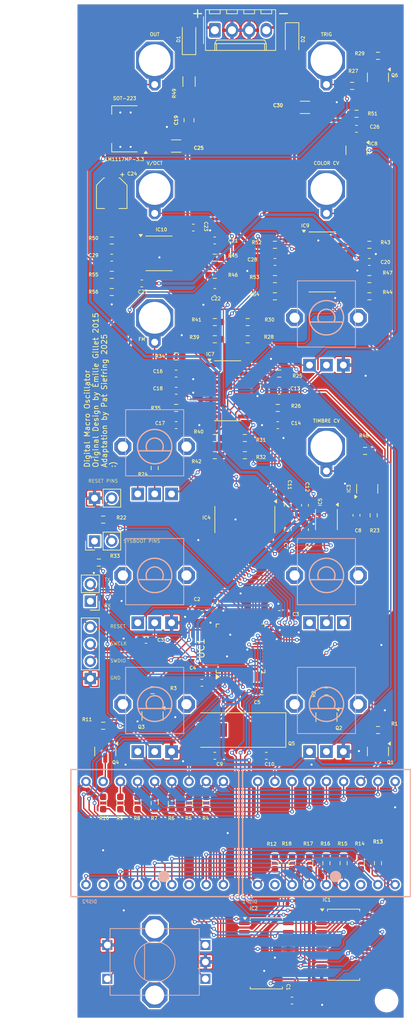
<source format=kicad_pcb>
(kicad_pcb (version 20240108) (generator "pcbnew") (generator_version "8.0")
  (layers (0 "F.Cu" signal) (31 "B.Cu" signal) (34 "B.Paste" user) (35 "F.Paste" user) (36 "B.SilkS" user "B.Silkscreen") (37 "F.SilkS" user "F.Silkscreen") (38 "B.Mask" user) (39 "F.Mask" user) (44 "Edge.Cuts" user))
  (net 0 "")
  (net 1 "GND")
  (net 2 "+3V3")
  (net 3 "N$7")
  (net 4 "N$8")
  (net 5 "BOOT_FLASH")
  (net 6 "RESET")
  (net 7 "RX")
  (net 8 "TX")
  (net 9 "JTDI")
  (net 10 "JTDO")
  (net 11 "JTCK")
  (net 12 "JTMS")
  (net 13 "VCC")
  (net 14 "VEE")
  (net 15 "N$1")
  (net 16 "N$2")
  (net 17 "N$3")
  (net 18 "N$4")
  (net 19 "N$5")
  (net 20 "N$6")
  (net 21 "N$9")
  (net 22 "N$10")
  (net 23 "ENC_A")
  (net 24 "ENC_B")
  (net 25 "ENC_CLICK")
  (net 26 "N$15")
  (net 27 "N$16")
  (net 28 "N$17")
  (net 29 "N$18")
  (net 30 "N$19")
  (net 31 "N$20")
  (net 32 "N$21")
  (net 33 "N$22")
  (net 34 "N$23")
  (net 35 "N$24")
  (net 36 "N$25")
  (net 37 "N$26")
  (net 38 "N$27")
  (net 39 "N$28")
  (net 40 "DISP_SCK")
  (net 41 "DISP_SER")
  (net 42 "N$30")
  (net 43 "N$31")
  (net 44 "DISP_EN")
  (net 45 "N$32")
  (net 46 "N$33")
  (net 47 "N$34")
  (net 48 "N$35")
  (net 49 "N$36")
  (net 50 "N$37")
  (net 51 "N$38")
  (net 52 "N$39")
  (net 53 "N$40")
  (net 54 "N$41")
  (net 55 "N$42")
  (net 56 "N$43")
  (net 57 "N$44")
  (net 58 "ADC_SS")
  (net 59 "ADC_SCK")
  (net 60 "ADC_MISO")
  (net 61 "ADC_MOSI")
  (net 62 "DAC_SS")
  (net 63 "DAC_MOSI")
  (net 64 "DAC_SCK")
  (net 65 "DISP_CHAR0")
  (net 66 "DISP_CHAR1")
  (net 67 "DISP_CHAR2")
  (net 68 "DISP_CHAR3")
  (net 69 "N$13")
  (net 70 "N$14")
  (net 71 "N$45")
  (net 72 "N$12")
  (net 73 "N$29")
  (net 74 "PITCH_CV")
  (net 75 "N$52")
  (net 76 "N$53")
  (net 77 "N$55")
  (net 78 "N$50")
  (net 79 "N$51")
  (net 80 "N$58")
  (net 81 "PARAM1_CV")
  (net 82 "PARAM2_CV")
  (net 83 "N$61")
  (net 84 "N$47")
  (net 85 "N$60")
  (net 86 "N$63")
  (net 87 "N$65")
  (net 88 "N$57")
  (net 89 "N$66")
  (net 90 "GATE")
  (net 91 "AUDIO_OUT")
  (net 92 "N$67")
  (net 93 "N$69")
  (net 94 "N$71")
  (net 95 "N$68")
  (net 96 "N$73")
  (net 97 "AREF")
  (net 98 "FM_CV")
  (net 99 "N$72")
  (net 100 "N$75")
  (net 101 "N$62")
  (net 102 "N$46")
  (net 103 "N$48")
  (net 104 "N$49")
  (net 105 "N$56")
  (net 106 "N$64")
  (net 107 "AREF_-10")
  (net 108 "N$70")
  (net 109 "N$59")
  (net 110 "FINE_TUNE")
  (footprint "Package_TO_SOT_SMD:SOT-23" (layer "F.Cu") (at 83.82 130.81 -90)
    (property "Reference" "Q1")
    (property "Value" "MMBT3904")
  )
  (footprint "Resistor_SMD:R_0603_1608Metric_Pad0.98x0.95mm_HandSolder" (layer "F.Cu") (at 80.645 36.5125)
    (property "Reference" "R51")
    (property "Value" "330")
  )
  (footprint "Resistor_SMD:R_0603_1608Metric_Pad0.98x0.95mm_HandSolder" (layer "F.Cu") (at 59.69 60.325)
    (property "Reference" "R46")
    (property "Value" "39k")
  )
  (footprint "Resistor_SMD:R_0603_1608Metric_Pad0.98x0.95mm_HandSolder" (layer "F.Cu") (at 68.58 60.96)
    (property "Reference" "R53")
    (property "Value" "24.9k")
  )
  (footprint "Library:BananaJackHookup" (layer "F.Cu") (at 50.8 47.625)
    (property "Reference" "REF**" (hide yes))
    (property "Value" "BananaJackHookup" (hide yes))
  )
  (footprint "Crystal:Crystal_SMD_HC49-SD" (layer "F.Cu") (at 63.5 127.635 180)
    (property "Reference" "Q5")
    (property "Value" "8MHz")
  )
  (footprint "Resistor_SMD:R_0603_1608Metric_Pad0.98x0.95mm_HandSolder" (layer "F.Cu") (at 59.69 57.785)
    (property "Reference" "R45")
    (property "Value" "39k")
  )
  (footprint "Capacitor_SMD:C_1206_3216Metric_Pad1.33x1.80mm_HandSolder" (layer "F.Cu") (at 73.025 35.56)
    (property "Reference" "C30")
    (property "Value" "47uF")
  )
  (footprint "Capacitor_SMD:C_0603_1608Metric_Pad1.08x0.95mm_HandSolder" (layer "F.Cu") (at 53.975 82.55)
    (property "Reference" "C17")
    (property "Value" "1n")
  )
  (footprint "Capacitor_SMD:C_0603_1608Metric_Pad1.08x0.95mm_HandSolder" (layer "F.Cu") (at 44.45 57.785)
    (property "Reference" "C29")
    (property "Value" "47p")
  )
  (footprint "Resistor_SMD:R_0603_1608Metric_Pad0.98x0.95mm_HandSolder" (layer "F.Cu") (at 78.74 147.32 -90)
    (property "Reference" "R15")
    (property "Value" "100")
  )
  (footprint "Capacitor_SMD:C_0603_1608Metric_Pad1.08x0.95mm_HandSolder" (layer "F.Cu") (at 66.675 121.92)
    (property "Reference" "C5")
    (property "Value" "100n")
  )
  (footprint "Library:BananaJackHookup" (layer "F.Cu") (at 50.8 28.575)
    (property "Reference" "REF**" (hide yes))
    (property "Value" "BananaJackHookup" (hide yes))
  )
  (footprint "Package_SO:SOIC-8_3.9x4.9mm_P1.27mm" (layer "F.Cu") (at 51.435 57.15)
    (property "Reference" "IC10")
    (property "Value" "TL072")
  )
  (footprint "Resistor_SMD:R_0603_1608Metric_Pad0.98x0.95mm_HandSolder" (layer "F.Cu") (at 59.69 84.455 180)
    (property "Reference" "R40")
    (property "Value" "200k")
  )
  (footprint "Capacitor_SMD:CP_Elec_4x5.4" (layer "F.Cu") (at 44.45 48.26 -90)
    (property "Reference" "C24")
    (property "Value" "10u")
  )
  (footprint "Capacitor_SMD:C_0603_1608Metric_Pad1.08x0.95mm_HandSolder" (layer "F.Cu") (at 57.785 120.65 180)
    (property "Reference" "C4")
    (property "Value" "100n")
  )
  (footprint "Capacitor_SMD:C_0603_1608Metric_Pad1.08x0.95mm_HandSolder" (layer "F.Cu") (at 53.975 77.47 180)
    (property "Reference" "C18")
    (property "Value" "100n")
  )
  (footprint "Connector_PinHeader_2.54mm:PinHeader_1x02_P2.54mm_Vertical" (layer "F.Cu") (at 41.905 93.345 90)
    (property "Reference" "REF**" (hide yes))
    (property "Value" "PinHeader_1x02_P2.54mm_Vertical" (hide yes))
  )
  (footprint "Capacitor_SMD:C_0603_1608Metric_Pad1.08x0.95mm_HandSolder" (layer "F.Cu") (at 48.895 61.595)
    (property "Reference" "C27")
    (property "Value" "100n")
  )
  (footprint "Package_QFP:LQFP-48_7x7mm_P0.5mm" (layer "F.Cu") (at 63.5 115.57 90)
    (property "Reference" "UC1")
    (property "Value" "STM32F103CBT6")
  )
  (footprint "Library:BananaJackHookup" (layer "F.Cu") (at 76.2 28.575)
    (property "Reference" "REF**" (hide yes))
    (property "Value" "BananaJackHookup" (hide yes))
  )
  (footprint "Resistor_SMD:R_0603_1608Metric_Pad0.98x0.95mm_HandSolder" (layer "F.Cu") (at 58.42 138.43 90)
    (property "Reference" "R4")
    (property "Value" "100")
  )
  (footprint "Capacitor_SMD:C_0603_1608Metric_Pad1.08x0.95mm_HandSolder" (layer "F.Cu") (at 56.515 53.34)
    (property "Reference" "C23")
    (property "Value" "100n")
  )
  (footprint "Package_TO_SOT_SMD:SOT-23" (layer "F.Cu") (at 50.485 125.56 -90)
    (property "Reference" "Q3")
    (property "Value" "MMBT3904")
  )
  (footprint "Capacitor_SMD:C_0603_1608Metric_Pad1.08x0.95mm_HandSolder" (layer "F.Cu") (at 73.025 98.005 -90)
    (property "Reference" "C6")
    (property "Value" "1u")
  )
  (footprint "Resistor_SMD:R_0603_1608Metric_Pad0.98x0.95mm_HandSolder" (layer "F.Cu") (at 68.58 55.88 180)
    (property "Reference" "R52")
    (property "Value" "24.9k")
  )
  (footprint "Capacitor_SMD:C_0603_1608Metric_Pad1.08x0.95mm_HandSolder" (layer "F.Cu") (at 73.025 94.4 90)
    (property "Reference" "C12")
    (property "Value" "1u")
  )
  (footprint "Resistor_SMD:R_0603_1608Metric_Pad0.98x0.95mm_HandSolder" (layer "F.Cu") (at 82.55 55.88 180)
    (property "Reference" "R43")
    (property "Value" "24.9k")
  )
  (footprint "Resistor_SMD:R_0603_1608Metric_Pad0.98x0.95mm_HandSolder" (layer "F.Cu") (at 68.58 63.5 180)
    (property "Reference" "R54")
    (property "Value" "100k")
  )
  (footprint "Package_TO_SOT_SMD:SOT-23" (layer "F.Cu") (at 76.2 125.73 -90)
    (property "Reference" "Q2")
    (property "Value" "MMBT3904")
  )
  (footprint "Resistor_SMD:R_0603_1608Metric_Pad0.98x0.95mm_HandSolder" (layer "F.Cu") (at 71.12 147.32 -90)
    (property "Reference" "R18")
    (property "Value" "100")
  )
  (footprint "Capacitor_SMD:C_0603_1608Metric_Pad1.08x0.95mm_HandSolder" (layer "F.Cu") (at 68.58 58.42 180)
    (property "Reference" "C28")
    (property "Value" "100n")
  )
  (footprint "Resistor_SMD:R_0603_1608Metric_Pad0.98x0.95mm_HandSolder" (layer "F.Cu") (at 76.2 121.92)
    (property "Reference" "R2")
    (property "Value" "1.0k")
  )
  (footprint "Resistor_SMD:R_0603_1608Metric_Pad0.98x0.95mm_HandSolder" (layer "F.Cu") (at 53.34 138.43 90)
    (property "Reference" "R6")
    (property "Value" "100")
  )
  (footprint "Capacitor_SMD:C_0603_1608Metric_Pad1.08x0.95mm_HandSolder" (layer "F.Cu") (at 49.53 114.3 180)
    (property "Reference" "C31")
    (property "Value" "100n")
  )
  (footprint "Library:BananaJackHookup" (layer "F.Cu") (at 50.8 66.675)
    (property "Reference" "REF**" (hide yes))
    (property "Value" "BananaJackHookup" (hide yes))
  )
  (footprint "Connector_Molex:Molex_KK-254_AE-6410-04A_1x04_P2.54mm_Vertical" (layer "F.Cu") (at 59.69 24.15)
    (property "Reference" "REF**" (hide yes))
    (property "Value" "Molex_KK-254_AE-6410-04A_1x04_P2.54mm_Vertical" (hide yes))
  )
  (footprint "Resistor_SMD:R_0603_1608Metric_Pad0.98x0.95mm_HandSolder" (layer "F.Cu") (at 83.185 95.885 90)
    (property "Reference" "R23")
    (property "Value" "1.0k")
  )
  (footprint "Resistor_SMD:R_0603_1608Metric_Pad0.98x0.95mm_HandSolder" (layer "F.Cu") (at 50.8 138.43 90)
    (property "Reference" "R7")
    (property "Value" "100")
  )
  (footprint "Resistor_SMD:R_0603_1608Metric_Pad0.98x0.95mm_HandSolder" (layer "F.Cu") (at 45.72 138.43 90)
    (property "Reference" "R9")
    (property "Value" "100")
  )
  (footprint "Resistor_SMD:R_0603_1608Metric_Pad0.98x0.95mm_HandSolder" (layer "F.Cu") (at 68.58 147.32 -90)
    (property "Reference" "R12")
    (property "Value" "100")
  )
  (footprint "Resistor_SMD:R_0603_1608Metric_Pad0.98x0.95mm_HandSolder" (layer "F.Cu") (at 76.2 147.32 -90)
    (property "Reference" "R16")
    (property "Value" "100")
  )
  (footprint "Resistor_SMD:R_0603_1608Metric_Pad0.98x0.95mm_HandSolder" (layer "F.Cu") (at 64.555 69.85 180)
    (property "Reference" "R28")
    (property "Value" "200k")
  )
  (footprint "MountingHole:MountingHole_3.2mm_M3" (layer "F.Cu") (at 85.09 167.64)
    (property "Reference" "REF**" (hide yes))
    (property "Value" "MountingHole_3.2mm_M3" (hide yes))
  )
  (footprint "Resistor_SMD:R_0603_1608Metric_Pad0.98x0.95mm_HandSolder" (layer "F.Cu") (at 50.485 121.75)
    (property "Reference" "R3")
    (property "Value" "1.0k")
  )
  (footprint "Library:BananaJackHookup" (layer "F.Cu") (at 76.2 47.625)
    (property "Reference" "REF**" (hide yes))
    (property "Value" "BananaJackHookup" (hide yes))
  )
  (footprint "Resistor_SMD:R_0603_1608Metric_Pad0.98x0.95mm_HandSolder" (layer "F.Cu") (at 44.45 62.865)
    (property "Reference" "R56")
    (property "Value" "100k")
  )
  (footprint "Resistor_SMD:R_0603_1608Metric_Pad0.98x0.95mm_HandSolder" (layer "F.Cu") (at 59.69 69.85)
    (property "Reference" "R39")
    (property "Value" "120k")
  )
  (footprint "Resistor_SMD:R_0603_1608Metric_Pad0.98x0.95mm_HandSolder" (layer "F.Cu") (at 43.18 127)
    (property "Reference" "R11")
    (property "Value" "1.0k")
  )
  (footprint "Fiducial:Fiducial_0.5mm_Mask1.5mm" (layer "F.Cu") (at 41.275 22.225)
    (property "Reference" "REF**" (hide yes))
    (property "Value" "Fiducial_0.5mm_Mask1.5mm" (hide yes))
  )
  (footprint "Package_TO_SOT_SMD:SOT-23" (layer "F.Cu") (at 43.495 130.81 -90)
    (property "Reference" "Q4")
    (property "Value" "MMBT3904")
  )
  (footprint "Capacitor_SMD:C_0603_1608Metric_Pad1.08x0.95mm_HandSolder" (layer "F.Cu") (at 59.69 62.865)
    (property "Reference" "C22")
    (property "Value" "100p")
  )
  (footprint "Capacitor_SMD:C_0603_1608Metric_Pad1.08x0.95mm_HandSolder" (layer "F.Cu") (at 70.485 94.4 90)
    (property "Reference" "C11")
    (property "Value" "100n")
  )
  (footprint "Resistor_SMD:R_0603_1608Metric_Pad0.98x0.95mm_HandSolder" (layer "F.Cu") (at 80.01 32.385 180)
    (property "Reference" "R27")
    (property "Value" "10k")
  )
  (footprint "Resistor_SMD:R_0603_1608Metric_Pad0.98x0.95mm_HandSolder" (layer "F.Cu") (at 73.66 147.32 -90)
    (property "Reference" "R17")
    (property "Value" "100")
  )
  (footprint "Capacitor_SMD:C_0603_1608Metric_Pad1.08x0.95mm_HandSolder" (layer "F.Cu") (at 59.69 131.445 180)
    (property "Reference" "C9")
    (property "Value" "18p")
  )
  (footprint "Capacitor_SMD:C_0603_1608Metric_Pad1.08x0.95mm_HandSolder" (layer "F.Cu") (at 57.785 110.49 180)
    (property "Reference" "C2")
    (property "Value" "100n")
  )
  (footprint "Package_SO:SOIC-14_3.9x8.7mm_P1.27mm" (layer "F.Cu") (at 64.135 96.52 -90)
    (property "Reference" "IC4")
    (property "Value" "MCP3204")
  )
  (footprint "Library:BananaJackHookup" (layer "F.Cu") (at 76.2 85.725)
    (property "Reference" "REF**" (hide yes))
    (property "Value" "BananaJackHookup" (hide yes))
  )
  (footprint "Capacitor_SMD:C_0603_1608Metric_Pad1.08x0.95mm_HandSolder" (layer "F.Cu") (at 59.69 55.245 180)
    (property "Reference" "C21")
    (property "Value" "100p")
  )
  (footprint "Connector_PinHeader_2.54mm:PinHeader_1x04_P2.54mm_Vertical" (layer "F.Cu") (at 41.275 120.015 180)
    (property "Reference" "REF**" (hide yes))
    (property "Value" "PinHeader_1x04_P2.54mm_Vertical" (hide yes))
  )
  (footprint "Resistor_SMD:R_0603_1608Metric_Pad0.98x0.95mm_HandSolder" (layer "F.Cu") (at 55.88 138.43 90)
    (property "Reference" "R5")
    (property "Value" "100")
  )
  (footprint "Diode_SMD:D_SOD-123" (layer "F.Cu") (at 55.88 25.4 90)
    (property "Reference" "D1")
    (property "Value" "1N5819HW")
  )
  (footprint "Resistor_SMD:R_0603_1608Metric_Pad0.98x0.95mm_HandSolder" (layer "F.Cu") (at 44.45 60.325)
    (property "Reference" "R55")
    (property "Value" "1.0k")
  )
  (footprint "Resistor_SMD:R_0603_1608Metric_Pad0.98x0.95mm_HandSolder" (layer "F.Cu") (at 82.55 63.5 180)
    (property "Reference" "R44")
    (property "Value" "24.9k")
  )
  (footprint "Package_TO_SOT_SMD:SOT-223" (layer "F.Cu") (at 46.355 38.735 180)
    (property "Reference" "LM1117MP-3.3")
    (property "Value" "SOT-223")
  )
  (footprint "Resistor_SMD:R_0603_1608Metric_Pad0.98x0.95mm_HandSolder" (layer "F.Cu") (at 48.26 138.43 90)
    (property "Reference" "R8")
    (property "Value" "100")
  )
  (footprint "Resistor_SMD:R_0603_1608Metric_Pad0.98x0.95mm_HandSolder" (layer "F.Cu") (at 64.135 86.995 180)
    (property "Reference" "R32")
    (property "Value" "200k")
  )
  (footprint "Package_SO:SOIC-16_4.55x10.3mm_P1.27mm" (layer "F.Cu") (at 67.31 160.655)
    (property "Reference" "IC2")
    (property "Value" "74HC595D")
  )
  (footprint "Resistor_SMD:R_0603_1608Metric_Pad0.98x0.95mm_HandSolder" (layer "F.Cu") (at 83.82 147.32 -90)
    (property "Reference" "R13")
    (property "Value" "100")
  )
  (footprint "Resistor_SMD:R_0603_1608Metric_Pad0.98x0.95mm_HandSolder" (layer "F.Cu") (at 59.69 86.995 180)
    (property "Reference" "R42")
    (property "Value" "24.9k")
  )
  (footprint "Capacitor_SMD:C_0603_1608Metric_Pad1.08x0.95mm_HandSolder" (layer "F.Cu") (at 70.485 98.005 -90)
    (property "Reference" "C7")
    (property "Value" "100n")
  )
  (footprint "Resistor_SMD:R_0603_1608Metric_Pad0.98x0.95mm_HandSolder" (layer "F.Cu") (at 59.69 67.31)
    (property "Reference" "R41")
    (property "Value" "24.9k")
  )
  (footprint "Connector_PinHeader_2.54mm:PinHeader_1x02_P2.54mm_Vertical" (layer "F.Cu") (at 41.905 99.695 90)
    (property "Reference" "REF**" (hide yes))
    (property "Value" "PinHeader_1x02_P2.54mm_Vertical" (hide yes))
  )
  (footprint "Resistor_SMD:R_1206_3216Metric_Pad1.30x1.75mm_HandSolder" (layer "F.Cu") (at 55.88 31.75 90)
    (property "Reference" "R49")
    (property "Value" "4.7")
  )
  (footprint "Package_SO:SOIC-16_4.55x10.3mm_P1.27mm" (layer "F.Cu") (at 78.74 159.385)
    (property "Reference" "IC1")
    (property "Value" "74HC595D")
  )
  (footprint "Capacitor_SMD:C_1206_3216Metric_Pad1.33x1.80mm_HandSolder" (layer "F.Cu") (at 53.975 41.275 180)
    (property "Reference" "C25")
    (property "Value" "47uF")
  )
  (footprint "Capacitor_SMD:C_0603_1608Metric_Pad1.08x0.95mm_HandSolder" (layer "F.Cu") (at 53.975 74.93 180)
    (property "Reference" "C16")
    (property "Value" "1n")
  )
  (footprint "Fiducial:Fiducial_0.5mm_Mask1.5mm" (layer "F.Cu") (at 41.275 168.275)
    (property "Reference" "REF**" (hide yes))
    (property "Value" "Fiducial_0.5mm_Mask1.5mm" (hide yes))
  )
  (footprint "Capacitor_SMD:C_0603_1608Metric_Pad1.08x0.95mm_HandSolder" (layer "F.Cu") (at 69 82.55 180)
    (property "Reference" "C14")
    (property "Value" "1n")
  )
  (footprint "Package_SO:SOIC-14_3.9x8.7mm_P1.27mm" (layer "F.Cu") (at 61.595 77.47)
    (property "Reference" "IC7")
    (property "Value" "MCP6004")
  )
  (footprint "Capacitor_SMD:C_0805_2012Metric_Pad1.18x1.45mm_HandSolder" (layer "F.Cu") (at 55.88 37.465 -90)
    (property "Reference" "C19")
    (property "Value" "22uF")
  )
  (footprint "Resistor_SMD:R_0603_1608Metric_Pad0.98x0.95mm_HandSolder" (layer "F.Cu") (at 50.8 88.9 -90)
    (property "Reference" "R24")
    (property "Value" "100k")
  )
  (footprint "Resistor_SMD:R_0603_1608Metric_Pad0.98x0.95mm_HandSolder" (layer "F.Cu") (at 44.45 55.245 180)
    (property "Reference" "R50")
    (property "Value" "24.9k")
  )
  (footprint "Resistor_SMD:R_0603_1608Metric_Pad0.98x0.95mm_HandSolder" (layer "F.Cu") (at 82.55 60.96 180)
    (property "Reference" "R47")
    (property "Value" "100k")
  )
  (footprint "Resistor_SMD:R_0603_1608Metric_Pad0.98x0.95mm_HandSolder" (layer "F.Cu") (at 43.18 96.52)
    (property "Reference" "R22")
    (property "Value" "10k")
  )
  (footprint "Package_SO:MSOP-8_3x3mm_P0.65mm" (layer "F.Cu") (at 76.2 96.52 -90)
    (property "Reference" "IC5")
    (property "Value" "DAC8551")
  )
  (footprint "Resistor_SMD:R_0603_1608Metric_Pad0.98x0.95mm_HandSolder" (layer "F.Cu") (at 64.555 67.31 180)
    (property "Reference" "R30")
    (property "Value" "24.9k")
  )
  (footprint "Resistor_SMD:R_0603_1608Metric_Pad0.98x0.95mm_HandSolder" (layer "F.Cu") (at 83.82 127.635)
    (property "Reference" "R1")
    (property "Value" "1.0k")
  )
  (footprint "Resistor_SMD:R_0603_1608Metric_Pad0.98x0.95mm_HandSolder" (layer "F.Cu") (at 53.975 72.39 180)
    (property "Reference" "R34")
    (property "Value" "24.9k")
  )
  (footprint "Resistor_SMD:R_0603_1608Metric_Pad0.98x0.95mm_HandSolder" (layer "F.Cu") (at 53.975 80.01)
    (property "Reference" "R35")
    (property "Value" "24.9k")
  )
  (footprint "Resistor_SMD:R_0603_1608Metric_Pad0.98x0.95mm_HandSolder" (layer "F.Cu") (at 69.215 74.93)
    (property "Reference" "R25")
    (property "Value" "49.9k")
  )
  (footprint "Capacitor_SMD:C_0603_1608Metric_Pad1.08x0.95mm_HandSolder" (layer "F.Cu") (at 80.645 38.735)
    (property "Reference" "C26")
    (property "Value" "100n")
  )
  (footprint "Resistor_SMD:R_0603_1608Metric_Pad0.98x0.95mm_HandSolder" (layer "F.Cu") (at 81.915 86.36)
    (property "Reference" "R48")
    (property "Value" "100k")
  )
  (footprint "Fiducial:Fiducial_0.5mm_Mask1.5mm" (layer "F.Cu") (at 85.725 22.225)
    (property "Reference" "REF**" (hide yes))
    (property "Value" "Fiducial_0.5mm_Mask1.5mm" (hide yes))
  )
  (footprint "Package_SO:SOIC-14_3.9x8.7mm_P1.27mm" (layer "F.Cu") (at 75.565 58.42)
    (property "Reference" "IC9")
    (property "Value" "TL074D")
  )
  (footprint "Capacitor_SMD:C_0603_1608Metric_Pad1.08x0.95mm_HandSolder" (layer "F.Cu") (at 69.215 110.49)
    (property "Reference" "C3")
    (property "Value" "100n")
  )
  (footprint "Connector_PinHeader_2.54mm:PinHeader_1x02_P2.54mm_Vertical" (layer "F.Cu") (at 41.275 108.585 180)
    (property "Reference" "REF**" (hide yes))
    (property "Value" "PinHeader_1x02_P2.54mm_Vertical" (hide yes))
  )
  (footprint "Capacitor_SMD:C_0603_1608Metric_Pad1.08x0.95mm_HandSolder" (layer "F.Cu") (at 67.31 131.445)
    (property "Reference" "C10")
    (property "Value" "18p")
  )
  (footprint "Capacitor_SMD:C_0603_1608Metric_Pad1.08x0.95mm_HandSolder" (layer "F.Cu") (at 71.12 167.64 180)
    (property "Reference" "C1")
    (property "Value" "100n")
  )
  (footprint "Resistor_SMD:R_0603_1608Metric_Pad0.98x0.95mm_HandSolder" (layer "F.Cu") (at 83.82 27.94)
    (property "Reference" "R29")
    (property "Value" "100k")
  )
  (footprint "Resistor_SMD:R_0603_1608Metric_Pad0.98x0.95mm_HandSolder" (layer "F.Cu") (at 43.18 138.43 90)
    (property "Reference" "R10")
    (property "Value" "100")
  )
  (footprint "Resistor_SMD:R_0603_1608Metric_Pad0.98x0.95mm_HandSolder" (layer "F.Cu") (at 42.545 102.87 180)
    (property "Reference" "R33")
    (property "Value" "10k")
  )
  (footprint "Capacitor_SMD:C_0603_1608Metric_Pad1.08x0.95mm_HandSolder" (layer "F.Cu") (at 80.645 95.885 -90)
    (property "Reference" "C8")
    (property "Value" "470n")
  )
  (footprint "Diode_SMD:D_SOD-123" (layer "F.Cu") (at 71.12 25.4 -90)
    (property "Reference" "D2")
    (property "Value" "1N5819HW")
  )
  (footprint "Package_TO_SOT_SMD:SOT-23" (layer "F.Cu") (at 82.2325 91.9725 90)
    (property "Reference" "IC3")
    (property "Value" "LM4040B25")
  )
  (footprint "Resistor_SMD:R_0603_1608Metric_Pad0.98x0.95mm_HandSolder" (layer "F.Cu") (at 64.135 84.455 180)
    (property "Reference" "R31")
    (property "Value" "24.9k")
  )
  (footprint "Capacitor_SMD:C_0603_1608Metric_Pad1.08x0.95mm_HandSolder" (layer "F.Cu") (at 82.55 58.42 180)
    (property "Reference" "C20")
    (property "Value" "100n")
  )
  (footprint "Resistor_SMD:R_0603_1608Metric_Pad0.98x0.95mm_HandSolder" (layer "F.Cu") (at 81.28 147.32 -90)
    (property "Reference" "R14")
    (property "Value" "100")
  )
  (footprint "Resistor_SMD:R_0603_1608Metric_Pad0.98x0.95mm_HandSolder" (layer "F.Cu") (at 69 80.01 180)
    (property "Reference" "R26")
    (property "Value" "49.9k")
  )
  (footprint "Fiducial:Fiducial_0.5mm_Mask1.5mm" (layer "F.Cu") (at 86.36 154.178)
    (property "Reference" "REF**" (hide yes))
    (property "Value" "Fiducial_0.5mm_Mask1.5mm" (hide yes))
  )
  (footprint "Package_TO_SOT_SMD:SOT-23" (layer "F.Cu") (at 83.82 31.115 -90)
    (property "Reference" "Q6")
    (property "Value" "MMBT3904")
  )
  (footprint "Capacitor_SMD:C_0603_1608Metric_Pad1.08x0.95mm_HandSolder" (layer "F.Cu") (at 69.215 77.47)
    (property "Reference" "C13")
    (property "Value" "1n")
  )
  (footprint "Package_TO_SOT_SMD:SOT-23" (layer "F.Cu") (at 80.645 41.91 -90)
    (property "Reference" "IC8")
    (property "Value" "LM4040B10")
  )
  (footprint "braids_v50COPY:PDC54" (layer "B.Cu") (at 50.8 142.875 180)
    (property "Reference" "DISP2")
    (property "Value" "KINGBRIGHT-PDC54-11" (hide yes))
  )
  (footprint "braids_v50COPY:ALPS_POT_VERTICAL_PS" (layer "B.Cu") (at 50.8 104.775)
    (property "Reference" "R19" (hide yes))
    (property "Value" "10kB" (hide yes))
  )
  (footprint "braids_v50COPY:ALPS_POT_VERTICAL_PS" (layer "B.Cu") (at 50.8 123.825)
    (property "Reference" "R20" (hide yes))
    (property "Value" "10kB" (hide yes))
  )
  (footprint "braids_v50COPY:ALPS_POT_VERTICAL_PS" (layer "B.Cu") (at 76.2 104.775)
    (property "Reference" "R37" (hide yes))
    (property "Value" "10kB" (hide yes))
  )
  (footprint "braids_v50COPY:ALPS_POT_VERTICAL_PS" (layer "B.Cu") (at 76.2 66.675)
    (property "Reference" "R38" (hide yes))
    (property "Value" "10kB" (hide yes))
  )
  (footprint "braids_v50COPY:PDC54" (layer "B.Cu") (at 76.2 142.875 180)
    (property "Reference" "DISP1")
    (property "Value" "KINGBRIGHT-PDC54-11" (hide yes))
  )
  (footprint "braids_v50COPY:ALPS_EC12E_SW" (layer "B.Cu") (at 50.8 161.925 -90)
    (property "Reference" "SW1" (hide yes))
    (property "Value" "EC12E_SW" (hide yes))
  )
  (footprint "braids_v50COPY:ALPS_POT_VERTICAL_PS" (layer "B.Cu") (at 76.2 123.825)
    (property "Reference" "R36" (hide yes))
    (property "Value" "10kB" (hide yes))
  )
  (footprint "braids_v50COPY:ALPS_POT_VERTICAL_PS" (layer "B.Cu") (at 50.8 85.725)
    (property "Reference" "R21" (hide yes))
    (property "Value" "10kB" (hide yes))
  )
  (gr_rect (start 39.37 20.32) (end 87.63 170.18) (stroke (width 0.05)) (fill none) (layer "Edge.Cuts"))
  (gr_text "RX" (at 43.815 109.22 0) (layer "F.SilkS") (effects (font (size 0.5 0.5) (thickness 0.0625))))
  (gr_text "SYSBOOT PINS" (at 48.895 99.695 0) (layer "F.SilkS") (effects (font (size 0.5 0.5) (thickness 0.0625))))
  (gr_text "Adaptation by Pat Siefring 2025" (at 43.815 88.9 90) (layer "F.SilkS") (effects (font (size 0.8 0.8) (thickness 0.125) (bold yes)) (justify left bottom)))
  (gr_text "RESET" (at 44.196 112.014 0) (layer "F.SilkS") (effects (font (size 0.5 0.5) (thickness 0.0625)) (justify left top)))
  (gr_text "Digital Macro Oscillator" (at 41.275 88.9 90) (layer "F.SilkS") (effects (font (size 0.8 0.8) (thickness 0.125) (bold yes)) (justify left bottom)))
  (gr_text "Original Design by Émilie Gillet 2015" (at 42.545 88.9 90) (layer "F.SilkS") (effects (font (size 0.8 0.8) (thickness 0.125) (bold yes)) (justify left bottom)))
  (gr_text "+" (at 57.15 21.59 0) (layer "F.SilkS") (effects (font (size 1.5 1.5) (thickness 0.1875))))
  (gr_text "SWDIO" (at 44.196 117.094 0) (layer "F.SilkS") (effects (font (size 0.5 0.5) (thickness 0.0625)) (justify left top)))
  (gr_text "-" (at 69.85 21.59 0) (layer "F.SilkS") (effects (font (size 1.5 1.5) (thickness 0.1875))))
  (gr_text "RESET PINS" (at 43.18 90.805 0) (layer "F.SilkS") (effects (font (size 0.5 0.5) (thickness 0.0625))))
  (gr_text "GND" (at 44.196 119.634 0) (layer "F.SilkS") (effects (font (size 0.5 0.5) (thickness 0.0625)) (justify left top)))
  (gr_text ":)" (at 45.085 88.9 90) (layer "F.SilkS") (effects (font (size 0.8 0.8) (thickness 0.125) (bold yes)) (justify left bottom)))
  (gr_text "SWCLK" (at 44.196 114.554 0) (layer "F.SilkS") (effects (font (size 0.5 0.5) (thickness 0.0625)) (justify left top)))
  (gr_text "TX" (at 43.815 105.41 0) (layer "F.SilkS") (effects (font (size 0.5 0.5) (thickness 0.0625))))
  (via (at 75.565 168.275) (size 0.6) (drill 0.3) (layers "F.Cu" "B.Cu") (net 1))
  (via (at 46.2 114.1) (size 0.6) (drill 0.3) (layers "F.Cu" "B.Cu") (net 1))
  (via (at 77.5 63.75) (size 0.6) (drill 0.3) (layers "F.Cu" "B.Cu") (net 1))
  (via (at 74 132.75) (size 0.6) (drill 0.3) (layers "F.Cu" "B.Cu") (net 1))
  (via (at 67 163.25) (size 0.6) (drill 0.3) (layers "F.Cu" "B.Cu") (net 1))
  (via (at 69.3 112.85) (size 0.6) (drill 0.3) (layers "F.Cu" "B.Cu") (net 1))
  (via (at 80.772 59.69) (size 0.6) (drill 0.3) (layers "F.Cu" "B.Cu") (net 1))
  (via (at 67.5 76.25) (size 0.6) (drill 0.3) (layers "F.Cu" "B.Cu") (net 1))
  (via (at 61.5 116.75) (size 0.6) (drill 0.3) (layers "F.Cu" "B.Cu") (net 1))
  (via (at 60.96 109.982) (size 0.6) (drill 0.3) (layers "F.Cu" "B.Cu") (net 1))
  (via (at 66.675 82.55) (size 0.6) (drill 0.3) (layers "F.Cu" "B.Cu") (net 1))
  (via (at 56.5 77.75) (size 0.6) (drill 0.3) (layers "F.Cu" "B.Cu") (net 1))
  (via (at 68.85 114.2) (size 0.6) (drill 0.3) (layers "F.Cu" "B.Cu") (net 1))
  (via (at 57.404 82.55) (size 0.6) (drill 0.3) (layers "F.Cu" "B.Cu") (net 1))
  (via (at 45.9 108.55) (size 0.6) (drill 0.3) (layers "F.Cu" "B.Cu") (net 1))
  (via (at 81 130.75) (size 0.6) (drill 0.3) (layers "F.Cu" "B.Cu") (net 1))
  (via (at 55.3 110.9) (size 0.6) (drill 0.3) (layers "F.Cu" "B.Cu") (net 1))
  (via (at 84.328 115.062) (size 0.6) (drill 0.3) (layers "F.Cu" "B.Cu") (net 1))
  (via (at 55 132.25) (size 0.6) (drill 0.3) (layers "F.Cu" "B.Cu") (net 1))
  (via (at 53.848 125.73) (size 0.6) (drill 0.3) (layers "F.Cu" "B.Cu") (net 1))
  (via (at 78.95 91.2) (size 0.6) (drill 0.3) (layers "F.Cu" "B.Cu") (net 1))
  (via (at 45.72 36.322) (size 0.6) (drill 0.3) (layers "F.Cu" "B.Cu") (net 1))
  (via (at 68.58 161.29) (size 0.6) (drill 0.3) (layers "F.Cu" "B.Cu") (net 1))
  (via (at 84.836 124.714) (size 0.6) (drill 0.3) (layers "F.Cu" "B.Cu") (net 1))
  (via (at 61.976 113.538) (size 0.6) (drill 0.3) (layers "F.Cu" "B.Cu") (net 1))
  (via (at 57.25 99.55) (size 0.6) (drill 0.3) (layers "F.Cu" "B.Cu") (net 1))
  (via (at 66 78.25) (size 0.6) (drill 0.3) (layers "F.Cu" "B.Cu") (net 1))
  (via (at 86.36 139.065) (size 0.6) (drill 0.3) (layers "F.Cu" "B.Cu") (net 1))
  (via (at 58 64.75) (size 0.6) (drill 0.3) (layers "F.Cu" "B.Cu") (net 1))
  (via (at 68 72.75) (size 0.6) (drill 0.3) (layers "F.Cu" "B.Cu") (net 1))
  (via (at 56.5 75.75) (size 0.6) (drill 0.3) (layers "F.Cu" "B.Cu") (net 1))
  (via (at 54.8 69.25) (size 0.6) (drill 0.3) (layers "F.Cu" "B.Cu") (net 1))
  (via (at 72.1 113.2) (size 0.6) (drill 0.3) (layers "F.Cu" "B.Cu") (net 1))
  (via (at 47.244 36.322) (size 0.6) (drill 0.3) (layers "F.Cu" "B.Cu") (net 1))
  (via (at 45.72 41.402) (size 0.6) (drill 0.3) (layers "F.Cu" "B.Cu") (net 1))
  (via (at 41.8 104.4) (size 0.6) (drill 0.3) (layers "F.Cu" "B.Cu") (net 1))
  (via (at 83.5 57.25) (size 0.6) (drill 0.3) (layers "F.Cu" "B.Cu") (net 1))
  (via (at 82 75.25) (size 0.6) (drill 0.3) (layers "F.Cu" "B.Cu") (net 1))
  (via (at 51.5 57.75) (size 0.6) (drill 0.3) (layers "F.Cu" "B.Cu") (net 1))
  (via (at 69.85 84.455) (size 0.6) (drill 0.3) (layers "F.Cu" "B.Cu") (net 1))
  (via (at 43.18 145.415) (size 0.6) (drill 0.3) (layers "F.Cu" "B.Cu") (net 1))
  (via (at 48.26 126.365) (size 0.6) (drill 0.3) (layers "F.Cu" "B.Cu") (net 1))
  (via (at 59 53.75) (size 0.6) (drill 0.3) (layers "F.Cu" "B.Cu") (net 1))
  (via (at 59.055 111.76) (size 0.6) (drill 0.3) (layers "F.Cu" "B.Cu") (net 1))
  (via (at 70.612 57.15) (size 0.6) (drill 0.3) (layers "F.Cu" "B.Cu") (net 1))
  (via (at 63.5 107.442) (size 0.6) (drill 0.3) (layers "F.Cu" "B.Cu") (net 1))
  (via (at 64.5 59.75) (size 0.6) (drill 0.3) (layers "F.Cu" "B.Cu") (net 1))
  (via (at 74.295 97.155) (size 0.6) (drill 0.3) (layers "F.Cu" "B.Cu") (net 1))
  (via (at 46.228 154.305) (size 0.6) (drill 0.3) (layers "F.Cu" "B.Cu") (net 1))
  (via (at 44.45 64.7) (size 0.6) (drill 0.3) (layers "F.Cu" "B.Cu") (net 1))
  (via (at 77.724 34.798) (size 0.6) (drill 0.3) (layers "F.Cu" "B.Cu") (net 1))
  (via (at 75 55.25) (size 0.6) (drill 0.3) (layers "F.Cu" "B.Cu") (net 1))
  (via (at 61.595 142.875) (size 0.6) (drill 0.3) (layers "F.Cu" "B.Cu") (net 1))
  (via (at 69.088 108.966) (size 0.6) (drill 0.3) (layers "F.Cu" "B.Cu") (net 1))
  (via (at 52.6 38.45) (size 0.6) (drill 0.3) (layers "F.Cu" "B.Cu") (net 1))
  (via (at 47.244 41.402) (size 0.6) (drill 0.3) (layers "F.Cu" "B.Cu") (net 1))
  (via (at 62.75 96.5) (size 0.6) (drill 0.3) (layers "F.Cu" "B.Cu") (net 1))
  (via (at 64.5 115.75) (size 0.6) (drill 0.3) (layers "F.Cu" "B.Cu") (net 1))
  (via (at 46.5 132.75) (size 0.6) (drill 0.3) (layers "F.Cu" "B.Cu") (net 1))
  (segment (start 58.635 118.96) (end 57.15 117.475) (width 0.4) (layer "F.Cu") (net 2))
  (segment (start 43.18 38.76) (end 43.205 38.735) (width 0.4) (layer "F.Cu") (net 2))
  (segment (start 71.9825 167.64) (end 71.9825 167.4125) (width 0.4) (layer "F.Cu") (net 2))
  (segment (start 58.635 118.9652) (end 59.25 118.3502) (width 0.2) (layer "F.Cu") (net 2))
  (segment (start 82.789999 162.56) (end 85.09 160.259999) (width 0.2) (layer "F.Cu") (net 2))
  (segment (start 70.56 163.83) (end 71.359999 163.83) (width 0.2) (layer "F.Cu") (net 2))
  (segment (start 85.09 156.21) (end 83.82 154.94) (width 0.2) (layer "F.Cu") (net 2))
  (segment (start 55.88 78.525) (end 54.825 77.47) (width 0.3) (layer "F.Cu") (net 2))
  (segment (start 71.9825 167.4125) (end 73.66 165.735) (width 0.4) (layer "F.Cu") (net 2))
  (segment (start 58.635 120.65) (end 59.8898 120.65) (width 0.2) (layer "F.Cu") (net 2))
  (segment (start 67.945 109.22) (end 67.945 110.07) (width 0.4) (layer "F.Cu") (net 2))
  (segment (start 83.82 154.94) (end 81.99 154.94) (width 0.2) (layer "F.Cu") (net 2))
  (segment (start 68.365 112.1748) (end 67.75 112.7898) (width 0.2) (layer "F.Cu") (net 2))
  (segment (start 76.835 95.885) (end 77.175 95.545) (width 0.3) (layer "F.Cu") (net 2))
  (segment (start 71.755 96.52) (end 70.485 95.25) (width 0.3) (layer "F.Cu") (net 2))
  (segment (start 55.88 78.5536) (end 55.88 78.525) (width 0.3) (layer "F.Cu") (net 2))
  (segment (start 67.9768 157.4006) (end 69.1674 156.21) (width 0.2) (layer "F.Cu") (net 2))
  (segment (start 81.99 162.56) (end 81.28 162.56) (width 0.2) (layer "F.Cu") (net 2))
  (segment (start 71.12 163.83) (end 70.3834 163.83) (width 0.2) (layer "F.Cu") (net 2))
  (segment (start 69.1674 156.21) (end 70.3834 156.21) (width 0.2) (layer "F.Cu") (net 2))
  (segment (start 60.96 123.825) (end 60.96 122.975) (width 0.4) (layer "F.Cu") (net 2))
  (segment (start 74.93 96.52) (end 76.2 96.52) (width 0.3) (layer "F.Cu") (net 2))
  (segment (start 64.725763 121.875763) (end 65.780763 121.875763) (width 0.4) (layer "F.Cu") (net 2))
  (segment (start 76.2 167.64) (end 71.9825 167.64) (width 0.2) (layer "F.Cu") (net 2))
  (segment (start 57.15 76.835) (end 57.785 77.47) (width 0.3) (layer "F.Cu") (net 2))
  (segment (start 58.635 120.65) (end 58.635 118.96) (width 0.4) (layer "F.Cu") (net 2))
  (segment (start 71.359999 163.83) (end 71.9825 164.452501) (width 0.2) (layer "F.Cu") (net 2))
  (segment (start 83.185 96.735) (end 82.13 97.79) (width 0.2) (layer "F.Cu") (net 2))
  (segment (start 58.635 110.49) (end 59.8898 110.49) (width 0.2) (layer "F.Cu") (net 2))
  (segment (start 78.74 97.79) (end 76.835 95.885) (width 0.2) (layer "F.Cu") (net 2))
  (segment (start 44.03 99.28) (end 44.445 99.695) (width 0.2) (layer "F.Cu") (net 2))
  (segment (start 79.0975 32.385) (end 79.0975 34.1395) (width 0.2) (layer "F.Cu") (net 2))
  (segment (start 44.03 96.52) (end 44.03 99.28) (width 0.2) (layer "F.Cu") (net 2))
  (segment (start 71.695824 152.866797) (end 71.12 152.866797) (width 0.4) (layer "F.Cu") (net 2))
  (segment (start 59.69 109.22) (end 59.69 109.435) (width 0.4) (layer "F.Cu") (net 2))
  (segment (start 70.485 95.25) (end 73.66 95.25) (width 0.3) (layer "F.Cu") (net 2))
  (segment (start 43.18 43.18) (end 43.18 38.76) (width 0.4) (layer "F.Cu") (net 2))
  (segment (start 70.3834 163.83) (end 69.85 163.83) (width 0.2) (layer "F.Cu") (net 2))
  (segment (start 44.45 96.52) (end 45.72 97.79) (width 0.2) (layer "F.Cu") (net 2))
  (segment (start 64.75 120.845) (end 64.75 119.82) (width 0.2) (layer "F.Cu") (net 2))
  (segment (start 81.99 162.56) (end 82.789999 162.56) (width 0.2) (layer "F.Cu") (net 2))
  (segment (start 58.635 120.65) (end 58.635 118.9652) (width 0.2) (layer "F.Cu") (net 2))
  (segment (start 44.03 96.52) (end 44.45 96.52) (width 0.2) (layer "F.Cu") (net 2))
  (segment (start 67.9768 161.9568) (end 67.9768 157.4006) (width 0.2) (layer "F.Cu") (net 2))
  (segment (start 69.85 163.83) (end 67.9768 161.9568) (width 0.2) (layer "F.Cu") (net 2))
  (segment (start 70.485 97.155) (end 69.91 97.155) (width 0.3) (layer "F.Cu") (net 2))
  (segment (start 43.205 38.735) (end 49.505 38.735) (width 0.4) (layer "F.Cu") (net 2))
  (segment (start 71.9825 164.452501) (end 71.9825 167.64) (width 0.2) (layer "F.Cu") (net 2))
  (segment (start 69.91 97.155) (end 67.945 99.12) (width 0.3) (layer "F.Cu") (net 2))
  (segment (start 79.0975 34.1395) (end 79.248 34.29) (width 0.2) (layer "F.Cu") (net 2))
  (segment (start 85.09 160.259999) (end 85.09 156.21) (width 0.2) (layer "F.Cu") (net 2))
  (segment (start 59.8898 110.49) (end 60.7198 111.32) (width 0.2) (layer "F.Cu") (net 2))
  (segment (start 73.66 165.735) (end 73.66 154.830973) (width 0.4) (layer "F.Cu") (net 2))
  (segment (start 57.785 77.47) (end 58.5216 77.47) (width 0.3) (layer "F.Cu") (net 2))
  (segment (start 82.13 97.79) (end 78.74 97.79) (width 0.2) (layer "F.Cu") (net 2))
  (segment (start 73.66 95.25) (end 74.93 96.52) (width 0.3) (layer "F.Cu") (net 2))
  (segment (start 65.825 121.92) (end 64.75 120.845) (width 0.2) (layer "F.Cu") (net 2))
  (segment (start 81.28 162.56) (end 76.2 167.64) (width 0.2) (layer "F.Cu") (net 2))
  (segment (start 59.8898 120.65) (end 60.7198 119.82) (width 0.2) (layer "F.Cu") (net 2))
  (segment (start 72.39 96.52) (end 73.025 97.155) (width 0.3) (layer "F.Cu") (net 2))
  (segment (start 76.2 96.52) (end 76.835 95.885) (width 0.3) (layer "F.Cu") (net 2))
  (segment (start 73.025 97.155) (end 70.485 97.155) (width 0.3) (layer "F.Cu") (net 2))
  (segment (start 65.780763 121.875763) (end 65.825 121.92) (width 0.4) (layer "F.Cu") (net 2))
  (segment (start 60.96 122.975) (end 58.635 120.65) (width 0.4) (layer "F.Cu") (net 2))
  (segment (start 55.46 76.835) (end 57.15 76.835) (width 0.3) (layer "F.Cu") (net 2))
  (segment (start 59.69 109.435) (end 58.635 110.49) (width 0.4) (layer "F.Cu") (net 2))
  (segment (start 64.779581 132.089581) (end 64.779581 152.390419) (width 0.4) (layer "F.Cu") (net 2))
  (segment (start 73.66 154.830973) (end 71.695824 152.866797) (width 0.4) (layer "F.Cu") (net 2))
  (segment (start 54.825 77.47) (end 55.46 76.835) (width 0.3) (layer "F.Cu") (net 2))
  (segment (start 68.365 110.49) (end 68.365 112.1748) (width 0.2) (layer "F.Cu") (net 2))
  (segment (start 77.175 95.545) (end 77.175 94.12) (width 0.3) (layer "F.Cu") (net 2))
  (segment (start 64.77 132.08) (end 64.779581 132.089581) (width 0.4) (layer "F.Cu") (net 2))
  (segment (start 71.755 96.52) (end 72.39 96.52) (width 0.3) (layer "F.Cu") (net 2))
  (segment (start 67.945 110.07) (end 68.365 110.49) (width 0.4) (layer "F.Cu") (net 2))
  (via (at 71.12 152.866797) (size 0.6) (drill 0.3) (layers "F.Cu" "B.Cu") (net 2))
  (via (at 55.88 78.5536) (size 0.6) (drill 0.4) (layers "F.Cu" "B.Cu") (net 2))
  (via (at 45.72 97.79) (size 0.6) (drill 0.3) (layers "F.Cu" "B.Cu") (net 2))
  (via (at 79.248 34.29) (size 0.6) (drill 0.3) (layers "F.Cu" "B.Cu") (net 2))
  (via (at 57.15 117.475) (size 0.6) (drill 0.4) (layers "F.Cu" "B.Cu") (net 2))
  (via (at 71.755 96.52) (size 0.6) (drill 0.4) (layers "F.Cu" "B.Cu") (net 2))
  (via (at 64.779581 152.390419) (size 0.6) (drill 0.3) (layers "F.Cu" "B.Cu") (net 2))
  (via (at 43.18 43.18) (size 0.6) (drill 0.4) (layers "F.Cu" "B.Cu") (net 2))
  (via (at 59.69 109.22) (size 0.6) (drill 0.4) (layers "F.Cu" "B.Cu") (net 2))
  (via (at 60.96 123.825) (size 0.6) (drill 0.3) (layers "F.Cu" "B.Cu") (net 2))
  (via (at 64.77 132.08) (size 0.6) (drill 0.3) (layers "F.Cu" "B.Cu") (net 2))
  (via (at 64.725763 121.875763) (size 0.6) (drill 0.3) (layers "F.Cu" "B.Cu") (net 2))
  (via (at 67.945 109.22) (size 0.6) (drill 0.4) (layers "F.Cu" "B.Cu") (net 2))
  (segment (start 79.248 35.814) (end 79.248 34.29) (width 0.3) (layer "B.Cu") (net 2))
  (segment (start 60.96 123.825) (end 62.776526 123.825) (width 0.4) (layer "B.Cu") (net 2))
  (segment (start 52.832 97.79) (end 61.6585 106.6165) (width 0.2) (layer "B.Cu") (net 2))
  (segment (start 41.275 45.085) (end 41.275 64.280941) (width 0.4) (layer "B.Cu") (net 2))
  (segment (start 72.136 42.926) (end 79.248 35.814) (width 0.3) (layer "B.Cu") (net 2))
  (segment (start 49.384059 72.39) (end 57.785 72.39) (width 0.4) (layer "B.Cu") (net 2))
  (segment (start 59.69 109.22) (end 59.3725 109.5375) (width 0.4) (layer "B.Cu") (net 2))
  (segment (start 65.8948 89.5168) (end 63.4818 89.5168) (width 0.4) (layer "B.Cu") (net 2))
  (segment (start 59.69 109.22) (end 59.69 108.585) (width 0.4) (layer "B.Cu") (net 2))
  (segment (start 59.69 108.585) (end 61.6585 106.6165) (width 0.4) (layer "B.Cu") (net 2))
  (segment (start 62.776526 123.825) (end 64.725763 121.875763) (width 0.4) (layer "B.Cu") (net 2))
  (segment (start 57.15 117.475) (end 57.15 111.76) (width 0.4) (layer "B.Cu") (net 2))
  (segment (start 41.275 64.280941) (end 49.384059 72.39) (width 0.4) (layer "B.Cu") (net 2))
  (segment (start 71.755 95.377) (end 65.8948 89.5168) (width 0.4) (layer "B.Cu") (net 2))
  (segment (start 61.595 132.08) (end 60.96 131.445) (width 0.4) (layer "B.Cu") (net 2))
  (segment (start 45.72 97.79) (end 52.832 97.79) (width 0.2) (layer "B.Cu") (net 2))
  (segment (start 56.0664 78.74) (end 60.325 78.74) (width 0.3) (layer "B.Cu") (net 2))
  (segment (start 55.88 78.5536) (end 56.0664 78.74) (width 0.3) (layer "B.Cu") (net 2))
  (segment (start 60.325 74.93) (end 60.325 78.74) (width 0.4) (layer "B.Cu") (net 2))
  (segment (start 59.3725 109.5375) (end 50.5375 109.5375) (width 0.2) (layer "B.Cu") (net 2))
  (segment (start 60.96 131.445) (end 60.96 123.825) (width 0.4) (layer "B.Cu") (net 2))
  (segment (start 60.325 86.36) (end 60.325 78.74) (width 0.4) (layer "B.Cu") (net 2))
  (segment (start 50.5375 109.5375) (end 48.3 111.775) (width 0.2) (layer "B.Cu") (net 2))
  (segment (start 64.77 132.08) (end 61.595 132.08) (width 0.4) (layer "B.Cu") (net 2))
  (segment (start 71.755 96.52) (end 71.755 95.377) (width 0.4) (layer "B.Cu") (net 2))
  (segment (start 57.785 72.39) (end 60.325 74.93) (width 0.4) (layer "B.Cu") (net 2))
  (segment (start 57.15 111.76) (end 59.69 109.22) (width 0.4) (layer "B.Cu") (net 2))
  (segment (start 65.255959 152.866797) (end 64.779581 152.390419) (width 0.4) (layer "B.Cu") (net 2))
  (segment (start 71.12 152.866797) (end 65.255959 152.866797) (width 0.4) (layer "B.Cu") (net 2))
  (segment (start 59.69 109.22) (end 67.945 109.22) (width 0.4) (layer "B.Cu") (net 2))
  (segment (start 63.4818 89.5168) (end 60.325 86.36) (width 0.4) (layer "B.Cu") (net 2))
  (segment (start 43.434 42.926) (end 72.136 42.926) (width 0.3) (layer "B.Cu") (net 2))
  (segment (start 43.18 43.18) (end 43.434 42.926) (width 0.4) (layer "B.Cu") (net 2))
  (segment (start 43.18 43.18) (end 41.275 45.085) (width 0.4) (layer "B.Cu") (net 2))
  (segment (start 61.6585 106.6165) (end 71.755 96.52) (width 0.4) (layer "B.Cu") (net 2))
  (segment (start 58.674 127.635) (end 58.674 131.279) (width 0.2) (layer "F.Cu") (net 3))
  (segment (start 62.75 123.559) (end 62.75 119.82) (width 0.2) (layer "F.Cu") (net 3))
  (segment (start 58.674 127.635) (end 62.75 123.559) (width 0.2) (layer "F.Cu") (net 3))
  (segment (start 58.674 131.279) (end 58.84 131.445) (width 0.2) (layer "F.Cu") (net 3))
  (segment (start 66.6242 127.635) (end 63.25 124.2608) (width 0.2) (layer "F.Cu") (net 4))
  (segment (start 63.25 124.2608) (end 63.25 119.82) (width 0.2) (layer "F.Cu") (net 4))
  (segment (start 68.326 127.635) (end 68.326 131.279) (width 0.2) (layer "F.Cu") (net 4))
  (segment (start 68.326 127.635) (end 66.6242 127.635) (width 0.2) (layer "F.Cu") (net 4))
  (segment (start 68.326 131.279) (end 68.16 131.445) (width 0.2) (layer "F.Cu") (net 4))
  (segment (start 43.18 104.14) (end 41.91 102.87) (width 0.2) (layer "F.Cu") (net 5))
  (segment (start 56.975548 116.32) (end 56.446801 115.791253) (width 0.2) (layer "F.Cu") (net 5))
  (segment (start 41.695 99.905) (end 41.905 99.695) (width 0.2) (layer "F.Cu") (net 5))
  (segment (start 41.695 102.87) (end 41.695 99.905) (width 0.2) (layer "F.Cu") (net 5))
  (segment (start 59.25 116.32) (end 56.975548 116.32) (width 0.2) (layer "F.Cu") (net 5))
  (segment (start 41.91 102.87) (end 41.695 102.87) (width 0.2) (layer "F.Cu") (net 5))
  (via (at 56.446801 115.791253) (size 0.6) (drill 0.3) (layers "F.Cu" "B.Cu") (net 5))
  (via (at 43.18 104.14) (size 0.6) (drill 0.3) (layers "F.Cu" "B.Cu") (net 5))
  (segment (start 56.446801 115.791253) (end 54.352348 113.6968) (width 0.2) (layer "B.Cu") (net 5))
  (segment (start 47.7358 113.6968) (end 43.18 109.141) (width 0.2) (layer "B.Cu") (net 5))
  (segment (start 43.18 109.141) (end 43.18 104.14) (width 0.2) (layer "B.Cu") (net 5))
  (segment (start 54.352348 113.6968) (end 47.7358 113.6968) (width 0.2) (layer "B.Cu") (net 5))
  (segment (start 42.33 95.46) (end 44.445 93.345) (width 0.2) (layer "F.Cu") (net 6))
  (segment (start 40.1218 111.2418) (end 40.1218 98.7282) (width 0.2) (layer "F.Cu") (net 6))
  (segment (start 63.8532 121.285) (end 63.75 121.1818) (width 0.2) (layer "F.Cu") (net 6))
  (segment (start 63.75 121.1818) (end 63.75 119.82) (width 0.2) (layer "F.Cu") (net 6))
  (segment (start 40.1218 98.7282) (end 42.33 96.52) (width 0.2) (layer "F.Cu") (net 6))
  (segment (start 42.33 96.52) (end 42.33 95.46) (width 0.2) (layer "F.Cu") (net 6))
  (segment (start 41.275 112.395) (end 40.1218 111.2418) (width 0.2) (layer "F.Cu") (net 6))
  (via (at 63.8532 121.285) (size 0.6) (drill 0.3) (layers "F.Cu" "B.Cu") (net 6))
  (segment (start 42.545 112.395) (end 41.275 112.395) (width 0.2) (layer "B.Cu") (net 6))
  (segment (start 63.8532 121.285) (end 61.9482 119.38) (width 0.2) (layer "B.Cu") (net 6))
  (segment (start 49.53 119.38) (end 42.545 112.395) (width 0.2) (layer "B.Cu") (net 6))
  (segment (start 61.9482 119.38) (end 49.53 119.38) (width 0.2) (layer "B.Cu") (net 6))
  (segment (start 42.545 107.315) (end 41.275 108.585) (width 0.2) (layer "F.Cu") (net 7))
  (segment (start 63.25 109.605) (end 60.96 107.315) (width 0.2) (layer "F.Cu") (net 7))
  (segment (start 60.96 107.315) (end 42.545 107.315) (width 0.2) (layer "F.Cu") (net 7))
  (segment (start 63.25 111.32) (end 63.25 109.605) (width 0.2) (layer "F.Cu") (net 7))
  (segment (start 63.75 111.32) (end 63.75 109.47) (width 0.2) (layer "F.Cu") (net 8))
  (segment (start 42.125 106.895) (end 41.275 106.045) (width 0.2) (layer "F.Cu") (net 8))
  (segment (start 61.175 106.895) (end 42.125 106.895) (width 0.2) (layer "F.Cu") (net 8))
  (segment (start 63.75 109.47) (end 61.175 106.895) (width 0.2) (layer "F.Cu") (net 8))
  (segment (start 56.09 112.82) (end 52.705 116.205) (width 0.2) (layer "F.Cu") (net 11))
  (segment (start 59.25 112.82) (end 56.09 112.82) (width 0.2) (layer "F.Cu") (net 11))
  (segment (start 52.705 116.205) (end 42.545 116.205) (width 0.2) (layer "F.Cu") (net 11))
  (segment (start 42.545 116.205) (end 41.275 114.935) (width 0.2) (layer "F.Cu") (net 11))
  (segment (start 53.448327 116.730273) (end 52.948619 116.730273) (width 0.2) (layer "F.Cu") (net 12))
  (segment (start 61.75 109.918946) (end 59.781054 107.95) (width 0.2) (layer "F.Cu") (net 12))
  (segment (start 55.9032 112.1936) (end 55.88 112.2168) (width 0.2) (layer "F.Cu") (net 12))
  (segment (start 59.781054 107.95) (end 57.785 107.95) (width 0.2) (layer "F.Cu") (net 12))
  (segment (start 57.785 107.95) (end 55.9032 109.8318) (width 0.2) (layer "F.Cu") (net 12))
  (segment (start 55.88 114.3) (end 55.8786 114.3) (width 0.2) (layer "F.Cu") (net 12))
  (segment (start 55.9032 109.8318) (end 55.9032 112.1936) (width 0.2) (layer "F.Cu") (net 12))
  (segment (start 52.838892 116.84) (end 41.91 116.84) (width 0.2) (layer "F.Cu") (net 12))
  (segment (start 52.948619 116.730273) (end 52.838892 116.84) (width 0.2) (layer "F.Cu") (net 12))
  (segment (start 55.8786 114.3) (end 53.448327 116.730273) (width 0.2) (layer "F.Cu") (net 12))
  (segment (start 61.75 111.4075) (end 61.75 109.918946) (width 0.2) (layer "F.Cu") (net 12))
  (segment (start 41.91 116.84) (end 41.275 117.475) (width 0.2) (layer "F.Cu") (net 12))
  (via (at 55.88 112.2168) (size 0.6) (drill 0.3) (layers "F.Cu" "B.Cu") (net 12))
  (via (at 55.88 114.3) (size 0.6) (drill 0.3) (layers "F.Cu" "B.Cu") (net 12))
  (segment (start 55.88 114.3) (end 55.88 112.2168) (width 0.2) (layer "B.Cu") (net 12))
  (segment (start 55.88 30.328) (end 57.785 32.233) (width 0.4) (layer "F.Cu") (net 13))
  (segment (start 55.88 30.2) (end 55.88 27.05) (width 0.4) (layer "F.Cu") (net 13))
  (segment (start 57.785 32.233) (end 57.785 39.0275) (width 0.4) (layer "F.Cu") (net 13))
  (segment (start 65.7232 56.8332) (end 67.8432 56.8332) (width 0.4) (layer "F.Cu") (net 13))
  (segment (start 56.935 52.07) (end 60.96 52.07) (width 0.4) (layer "F.Cu") (net 13))
  (segment (start 67.8432 56.8332) (end 69.43 58.42) (width 0.4) (layer "F.Cu") (net 13))
  (segment (start 55.665 53.615) (end 54.035 55.245) (width 0.4) (layer "F.Cu") (net 13))
  (segment (start 69.43 58.42) (end 72.4916 58.42) (width 0.4) (layer "F.Cu") (net 13))
  (segment (start 55.665 53.34) (end 56.935 52.07) (width 0.4) (layer "F.Cu") (net 13))
  (segment (start 57.785 39.0275) (end 55.5375 41.275) (width 0.4) (layer "F.Cu") (net 13))
  (segment (start 60.96 52.07) (end 65.7232 56.8332) (width 0.4) (layer "F.Cu") (net 13))
  (segment (start 55.5375 41.275) (end 55.5375 41.5675) (width 0.4) (layer "F.Cu") (net 13))
  (segment (start 55.665 53.34) (end 55.665 53.615) (width 0.4) (layer "F.Cu") (net 13))
  (segment (start 55.5375 41.5675) (end 55.665 41.695) (width 0.4) (layer "F.Cu") (net 13))
  (segment (start 55.665 41.695) (end 55.665 53.34) (width 0.4) (layer "F.Cu") (net 13))
  (segment (start 71.4625 46.6475) (end 66.675 51.435) (width 0.4) (layer "F.Cu") (net 14))
  (segment (start 73.3675 37.465) (end 78.8425 37.465) (width 0.4) (layer "F.Cu") (net 14))
  (segment (start 51.435 61.595) (end 49.745 61.595) (width 0.4) (layer "F.Cu") (net 14))
  (segment (start 49.745 59.965) (end 48.835 59.055) (width 0.4) (layer "F.Cu") (net 14))
  (segment (start 49.745 61.595) (end 49.745 59.965) (width 0.4) (layer "F.Cu") (net 14))
  (segment (start 81.7 58.42) (end 78.6384 58.42) (width 0.4) (layer "F.Cu") (net 14))
  (segment (start 71.12 27.05) (end 71.12 35.2175) (width 0.4) (layer "F.Cu") (net 14))
  (segment (start 78.8425 37.465) (end 79.795 36.5125) (width 0.4) (layer "F.Cu") (net 14))
  (segment (start 71.4625 35.56) (end 71.4625 46.6475) (width 0.4) (layer "F.Cu") (net 14))
  (segment (start 81.065 57.785) (end 81.7 58.42) (width 0.4) (layer "F.Cu") (net 14))
  (segment (start 80.645 57.785) (end 81.065 57.785) (width 0.4) (layer "F.Cu") (net 14))
  (segment (start 71.12 35.2175) (end 71.4625 35.56) (width 0.4) (layer "F.Cu") (net 14))
  (segment (start 71.4625 35.56) (end 73.3675 37.465) (width 0.4) (layer "F.Cu") (net 14))
  (via (at 51.435 61.595) (size 0.6) (drill 0.3) (layers "F.Cu" "B.Cu") (net 14))
  (via (at 80.645 57.785) (size 0.6) (drill 0.3) (layers "F.Cu" "B.Cu") (net 14))
  (via (at 66.675 51.435) (size 0.6) (drill 0.3) (layers "F.Cu" "B.Cu") (net 14))
  (segment (start 66.675 51.435) (end 74.295 51.435) (width 0.4) (layer "B.Cu") (net 14))
  (segment (start 66.675 51.435) (end 56.515 61.595) (width 0.4) (layer "B.Cu") (net 14))
  (segment (start 56.515 61.595) (end 51.435 61.595) (width 0.4) (layer "B.Cu") (net 14))
  (segment (start 74.295 51.435) (end 80.645 57.785) (width 0.4) (layer "B.Cu") (net 14))
  (segment (start 50.485 126.66) (end 51.621 126.66) (width 0.2) (layer "F.Cu") (net 15))
  (segment (start 55.88 130.919) (end 55.88 135.255) (width 0.2) (layer "F.Cu") (net 15))
  (segment (start 51.621 126.66) (end 55.88 130.919) (width 0.2) (layer "F.Cu") (net 15))
  (segment (start 43.495 134.94) (end 43.18 135.255) (width 0.2) (layer "F.Cu") (net 16))
  (segment (start 43.495 131.91) (end 43.495 134.94) (width 0.2) (layer "F.Cu") (net 16))
  (segment (start 83.82 132.715) (end 81.28 135.255) (width 0.2) (layer "F.Cu") (net 17))
  (segment (start 83.82 131.91) (end 83.82 132.715) (width 0.2) (layer "F.Cu") (net 17))
  (segment (start 68.58 133.459) (end 68.58 135.255) (width 0.2) (layer "F.Cu") (net 18))
  (segment (start 76.2 126.83) (end 75.209 126.83) (width 0.2) (layer "F.Cu") (net 18))
  (segment (start 75.209 126.83) (end 68.58 133.459) (width 0.2) (layer "F.Cu") (net 18))
  (segment (start 51.335 124.36) (end 51.435 124.46) (width 0.2) (layer "F.Cu") (net 19))
  (segment (start 51.335 121.75) (end 51.335 124.36) (width 0.2) (layer "F.Cu") (net 19))
  (segment (start 44.445 129.71) (end 44.445 127.415) (width 0.2) (layer "F.Cu") (net 20))
  (segment (start 44.445 127.415) (end 44.03 127) (width 0.2) (layer "F.Cu") (net 20))
  (segment (start 84.77 129.71) (end 84.77 127.735) (width 0.2) (layer "F.Cu") (net 21))
  (segment (start 84.77 127.735) (end 84.67 127.635) (width 0.2) (layer "F.Cu") (net 21))
  (segment (start 77.05 124.53) (end 77.15 124.63) (width 0.2) (layer "F.Cu") (net 22))
  (segment (start 77.05 121.92) (end 77.05 124.53) (width 0.2) (layer "F.Cu") (net 22))
  (segment (start 48.895 149.42041) (end 49.3824 149.90781) (width 0.2) (layer "F.Cu") (net 23))
  (segment (start 56.515 158.214789) (end 56.515 162.64) (width 0.2) (layer "F.Cu") (net 23))
  (segment (start 41.106797 139.433407) (end 48.895 147.22161) (width 0.2) (layer "F.Cu") (net 23))
  (segment (start 61.595 121.92) (end 61.75 121.765) (width 0.2) (layer "F.Cu") (net 23))
  (segment (start 48.895 147.22161) (end 48.895 149.42041) (width 0.2) (layer "F.Cu") (net 23))
  (segment (start 56.515 162.64) (end 58.3 164.425) (width 0.2) (layer "F.Cu") (net 23))
  (segment (start 49.3824 149.90781) (end 49.3824 151.082189) (width 0.2) (layer "F.Cu") (net 23))
  (segment (start 41.106797 137.795) (end 41.106797 139.433407) (width 0.2) (layer "F.Cu") (net 23))
  (segment (start 61.75 121.765) (end 61.75 119.82) (width 0.2) (layer "F.Cu") (net 23))
  (segment (start 49.3824 151.082189) (end 56.515 158.214789) (width 0.2) (layer "F.Cu") (net 23))
  (via (at 61.595 121.92) (size 0.6) (drill 0.3) (layers "F.Cu" "B.Cu") (net 23))
  (via (at 41.106797 137.795) (size 0.6) (drill 0.3) (layers "F.Cu" "B.Cu") (net 23))
  (segment (start 61.595 121.92) (end 60.895211 121.92) (width 0.2) (layer "B.Cu") (net 23))
  (segment (start 60.895211 121.92) (end 54.142011 128.6732) (width 0.2) (layer "B.Cu") (net 23))
  (segment (start 45.9518 128.6732) (end 42.1656 132.4594) (width 0.2) (layer "B.Cu") (net 23))
  (segment (start 54.142011 128.6732) (end 45.9518 128.6732) (width 0.2) (layer "B.Cu") (net 23))
  (segment (start 42.1656 132.4594) (end 42.1656 136.686346) (width 0.2) (layer "B.Cu") (net 23))
  (segment (start 42.1656 136.686346) (end 41.106797 137.745149) (width 0.2) (layer "B.Cu") (net 23))
  (segment (start 41.106797 137.745149) (end 41.106797 137.795) (width 0.2) (layer "B.Cu") (net 23))
  (segment (start 49.2982 147.054599) (end 49.2982 149.2534) (width 0.2) (layer "F.Cu") (net 24))
  (segment (start 49.2982 149.2534) (end 49.7856 149.7408) (width 0.2) (layer "F.Cu") (net 24))
  (segment (start 58.295421 159.425) (end 58.3 159.425) (width 0.2) (layer "F.Cu") (net 24))
  (segment (start 41.91 138.43) (end 41.91 139.666399) (width 0.2) (layer "F.Cu") (net 24))
  (segment (start 62.1468 122.555) (end 62.25 122.4518) (width 0.2) (layer "F.Cu") (net 24))
  (segment (start 62.25 122.4518) (end 62.25 119.82) (width 0.2) (layer "F.Cu") (net 24))
  (segment (start 49.7856 150.915179) (end 58.295421 159.425) (width 0.2) (layer "F.Cu") (net 24))
  (segment (start 49.7856 149.7408) (end 49.7856 150.915179) (width 0.2) (layer "F.Cu") (net 24))
  (segment (start 41.91 139.666399) (end 49.2982 147.054599) (width 0.2) (layer "F.Cu") (net 24))
  (via (at 62.1468 122.555) (size 0.6) (drill 0.3) (layers "F.Cu" "B.Cu") (net 24))
  (via (at 41.91 138.43) (size 0.6) (drill 0.3) (layers "F.Cu" "B.Cu") (net 24))
  (segment (start 44.45 135.419579) (end 41.91 137.959579) (width 0.2) (layer "B.Cu") (net 24))
  (segment (start 46.1836 129.0764) (end 44.45 130.81) (width 0.2) (layer "B.Cu") (net 24))
  (segment (start 41.91 137.959579) (end 41.91 138.43) (width 0.2) (layer "B.Cu") (net 24))
  (segment (start 60.8768 122.555) (end 54.3554 129.0764) (width 0.2) (layer "B.Cu") (net 24))
  (segment (start 54.3554 129.0764) (end 46.1836 129.0764) (width 0.2) (layer "B.Cu") (net 24))
  (segment (start 62.1468 122.555) (end 60.8768 122.555) (width 0.2) (layer "B.Cu") (net 24))
  (segment (start 44.45 130.81) (end 44.45 135.419579) (width 0.2) (layer "B.Cu") (net 24))
  (segment (start 61.1802 120.6232) (end 61.25 120.5534) (width 0.2) (layer "F.Cu") (net 25))
  (segment (start 40.303594 139.200414) (end 47.244 146.14082) (width 0.2) (layer "F.Cu") (net 25))
  (segment (start 40.303594 137.16) (end 40.303594 139.200414) (width 0.2) (layer "F.Cu") (net 25))
  (segment (start 47.244 146.14082) (end 47.244 160.981) (width 0.2) (layer "F.Cu") (net 25))
  (segment (start 61.1468 121.184807) (end 61.1802 121.151407) (width 0.2) (layer "F.Cu") (net 25))
  (segment (start 61.1802 121.151407) (end 61.1802 120.6232) (width 0.2) (layer "F.Cu") (net 25))
  (segment (start 61.25 120.5534) (end 61.25 119.82) (width 0.2) (layer "F.Cu") (net 25))
  (segment (start 47.244 160.981) (end 43.8 164.425) (width 0.2) (layer "F.Cu") (net 25))
  (via (at 40.303594 137.16) (size 0.6) (drill 0.3) (layers "F.Cu" "B.Cu") (net 25))
  (via (at 61.1468 121.184807) (size 0.6) (drill 0.3) (layers "F.Cu" "B.Cu") (net 25))
  (segment (start 53.34 128.27) (end 45.72 128.27) (width 0.2) (layer "B.Cu") (net 25))
  (segment (start 60.425193 121.184807) (end 53.34 128.27) (width 0.2) (layer "B.Cu") (net 25))
  (segment (start 45.72 128.27) (end 41.6544 132.3356) (width 0.2) (layer "B.Cu") (net 25))
  (segment (start 41.6544 132.3356) (end 41.6544 136.1456) (width 0.2) (layer "B.Cu") (net 25))
  (segment (start 61.1468 121.184807) (end 60.425193 121.184807) (width 0.2) (layer "B.Cu") (net 25))
  (segment (start 41.6544 136.1456) (end 40.64 137.16) (width 0.2) (layer "B.Cu") (net 25))
  (segment (start 40.64 137.16) (end 40.303594 137.16) (width 0.2) (layer "B.Cu") (net 25))
  (segment (start 71.12 135.255) (end 71.12 139.7) (width 0.2) (layer "F.Cu") (net 26))
  (segment (start 45.72 137.58) (end 45.72 135.255) (width 0.2) (layer "F.Cu") (net 26))
  (via (at 71.12 139.7) (size 0.6) (drill 0.3) (layers "F.Cu" "B.Cu") (net 26))
  (segment (start 71.12 139.7) (end 50.165 139.7) (width 0.2) (layer "B.Cu") (net 26))
  (segment (start 50.165 139.7) (end 45.72 135.255) (width 0.2) (layer "B.Cu") (net 26))
  (segment (start 66.04 135.255) (end 66.04 140.335) (width 0.2) (layer "F.Cu") (net 27))
  (segment (start 42.965 137.58) (end 43.18 137.58) (width 0.2) (layer "F.Cu") (net 27))
  (segment (start 40.64 135.255) (end 42.965 137.58) (width 0.2) (layer "F.Cu") (net 27))
  (via (at 66.04 140.335) (size 0.6) (drill 0.3) (layers "F.Cu" "B.Cu") (net 27))
  (segment (start 39.700394 136.194606) (end 40.64 135.255) (width 0.2) (layer "B.Cu") (net 27))
  (segment (start 40.64 140.335) (end 39.700394 139.395394) (width 0.2) (layer "B.Cu") (net 27))
  (segment (start 66.04 140.335) (end 40.64 140.335) (width 0.2) (layer "B.Cu") (net 27))
  (segment (start 39.700394 139.395394) (end 39.700394 136.194606) (width 0.2) (layer "B.Cu") (net 27))
  (segment (start 40.64 150.495) (end 40.64 149.225) (width 0.2) (layer "F.Cu") (net 28))
  (segment (start 68.58 148.17) (end 68.365 148.17) (width 0.2) (layer "F.Cu") (net 28))
  (segment (start 68.365 148.17) (end 66.04 150.495) (width 0.2) (layer "F.Cu") (net 28))
  (via (at 40.64 149.225) (size 0.6) (drill 0.3) (layers "F.Cu" "B.Cu") (net 28))
  (segment (start 64.77 149.225) (end 66.04 150.495) (width 0.2) (layer "B.Cu") (net 28))
  (segment (start 40.64 149.225) (end 64.77 149.225) (width 0.2) (layer "B.Cu") (net 28))
  (segment (start 71.12 148.17) (end 71.12 150.495) (width 0.2) (layer "F.Cu") (net 29))
  (segment (start 45.72 150.495) (end 45.72 148.59) (width 0.2) (layer "F.Cu") (net 29))
  (via (at 45.72 148.59) (size 0.6) (drill 0.3) (layers "F.Cu" "B.Cu") (net 29))
  (segment (start 45.72 148.59) (end 69.215 148.59) (width 0.2) (layer "B.Cu") (net 29))
  (segment (start 69.215 148.59) (end 71.12 150.495) (width 0.2) (layer "B.Cu") (net 29))
  (segment (start 83.82 148.17) (end 84.035 148.17) (width 0.2) (layer "F.Cu") (net 30))
  (segment (start 84.035 148.17) (end 86.36 150.495) (width 0.2) (layer "F.Cu") (net 30))
  (segment (start 60.96 150.495) (end 60.96 145.415) (width 0.2) (layer "F.Cu") (net 30))
  (via (at 60.96 145.415) (size 0.6) (drill 0.3) (layers "F.Cu" "B.Cu") (net 30))
  (segment (start 80.174579 145.415) (end 85.254579 150.495) (width 0.2) (layer "B.Cu") (net 30))
  (segment (start 85.254579 150.495) (end 86.36 150.495) (width 0.2) (layer "B.Cu") (net 30))
  (segment (start 60.96 145.415) (end 80.174579 145.415) (width 0.2) (layer "B.Cu") (net 30))
  (segment (start 58.635 137.58) (end 60.96 135.255) (width 0.2) (layer "F.Cu") (net 31))
  (segment (start 58.42 137.58) (end 58.635 137.58) (width 0.2) (layer "F.Cu") (net 31))
  (segment (start 86.36 135.255) (end 86.36 136.525) (width 0.2) (layer "F.Cu") (net 31))
  (via (at 86.36 136.525) (size 0.6) (drill 0.3) (layers "F.Cu" "B.Cu") (net 31))
  (segment (start 86.36 136.525) (end 62.23 136.525) (width 0.2) (layer "B.Cu") (net 31))
  (segment (start 62.23 136.525) (end 60.96 135.255) (width 0.2) (layer "B.Cu") (net 31))
  (segment (start 56.095 137.58) (end 58.42 135.255) (width 0.2) (layer "F.Cu") (net 32))
  (segment (start 83.82 135.255) (end 83.82 137.16) (width 0.2) (layer "F.Cu") (net 32))
  (segment (start 55.88 137.58) (end 56.095 137.58) (width 0.2) (layer "F.Cu") (net 32))
  (via (at 83.82 137.16) (size 0.6) (drill 0.3) (layers "F.Cu" "B.Cu") (net 32))
  (segment (start 60.325 137.16) (end 58.42 135.255) (width 0.2) (layer "B.Cu") (net 32))
  (segment (start 83.82 137.16) (end 60.325 137.16) (width 0.2) (layer "B.Cu") (net 32))
  (segment (start 78.74 135.255) (end 78.74 137.795) (width 0.2) (layer "F.Cu") (net 33))
  (segment (start 53.34 137.58) (end 53.34 135.255) (width 0.2) (layer "F.Cu") (net 33))
  (via (at 78.74 137.795) (size 0.6) (drill 0.3) (layers "F.Cu" "B.Cu") (net 33))
  (segment (start 55.88 137.795) (end 53.34 135.255) (width 0.2) (layer "B.Cu") (net 33))
  (segment (start 78.74 137.795) (end 55.88 137.795) (width 0.2) (layer "B.Cu") (net 33))
  (segment (start 50.8 137.58) (end 50.8 135.255) (width 0.2) (layer "F.Cu") (net 34))
  (segment (start 76.2 135.255) (end 76.2 138.43) (width 0.2) (layer "F.Cu") (net 34))
  (via (at 76.2 138.43) (size 0.6) (drill 0.3) (layers "F.Cu" "B.Cu") (net 34))
  (segment (start 53.975 138.43) (end 50.8 135.255) (width 0.2) (layer "B.Cu") (net 34))
  (segment (start 76.2 138.43) (end 53.975 138.43) (width 0.2) (layer "B.Cu") (net 34))
  (segment (start 73.66 148.17) (end 73.66 150.495) (width 0.2) (layer "F.Cu") (net 35))
  (segment (start 48.26 150.495) (end 48.26 147.955) (width 0.2) (layer "F.Cu") (net 35))
  (via (at 48.26 147.955) (size 0.6) (drill 0.3) (layers "F.Cu" "B.Cu") (net 35))
  (segment (start 71.12 147.955) (end 73.66 150.495) (width 0.2) (layer "B.Cu") (net 35))
  (segment (start 48.26 147.955) (end 71.12 147.955) (width 0.2) (layer "B.Cu") (net 35))
  (segment (start 50.8 150.495) (end 50.8 147.32) (width 0.2) (layer "F.Cu") (net 36))
  (segment (start 76.2 148.17) (end 76.2 150.495) (width 0.2) (layer "F.Cu") (net 36))
  (via (at 50.8 147.32) (size 0.6) (drill 0.3) (layers "F.Cu" "B.Cu") (net 36))
  (segment (start 73.025 147.32) (end 76.2 150.495) (width 0.2) (layer "B.Cu") (net 36))
  (segment (start 50.8 147.32) (end 73.025 147.32) (width 0.2) (layer "B.Cu") (net 36))
  (segment (start 78.74 148.17) (end 78.74 150.495) (width 0.2) (layer "F.Cu") (net 37))
  (segment (start 53.34 150.495) (end 53.34 146.685) (width 0.2) (layer "F.Cu") (net 37))
  (via (at 53.34 146.685) (size 0.6) (drill 0.3) (layers "F.Cu" "B.Cu") (net 37))
  (segment (start 77.634579 150.495) (end 78.74 150.495) (width 0.2) (layer "B.Cu") (net 37))
  (segment (start 53.34 146.685) (end 73.824579 146.685) (width 0.2) (layer "B.Cu") (net 37))
  (segment (start 73.824579 146.685) (end 77.634579 150.495) (width 0.2) (layer "B.Cu") (net 37))
  (segment (start 81.495 148.17) (end 83.82 150.495) (width 0.2) (layer "F.Cu") (net 38))
  (segment (start 58.42 150.495) (end 58.42 146.05) (width 0.2) (layer "F.Cu") (net 38))
  (segment (start 81.28 148.17) (end 81.495 148.17) (width 0.2) (layer "F.Cu") (net 38))
  (via (at 58.42 146.05) (size 0.6) (drill 0.3) (layers "F.Cu" "B.Cu") (net 38))
  (segment (start 58.42 146.05) (end 79.375 146.05) (width 0.2) (layer "B.Cu") (net 38))
  (segment (start 79.375 146.05) (end 83.82 150.495) (width 0.2) (layer "B.Cu") (net 38))
  (segment (start 73.66 135.255) (end 73.66 139.065) (width 0.2) (layer "F.Cu") (net 39))
  (segment (start 48.26 137.58) (end 48.26 135.255) (width 0.2) (layer "F.Cu") (net 39))
  (via (at 73.66 139.065) (size 0.6) (drill 0.3) (layers "F.Cu" "B.Cu") (net 39))
  (segment (start 73.66 139.065) (end 52.07 139.065) (width 0.2) (layer "B.Cu") (net 39))
  (segment (start 52.07 139.065) (end 48.26 135.255) (width 0.2) (layer "B.Cu") (net 39))
  (segment (start 70.3834 162.56) (end 72.39 162.56) (width 0.2) (layer "F.Cu") (net 40))
  (segment (start 72.39 162.56) (end 72.9932 161.9568) (width 0.2) (layer "F.Cu") (net 40))
  (segment (start 66.195 113.82) (end 67.75 113.82) (width 0.2) (layer "F.Cu") (net 40))
  (segment (start 66.04 113.665) (end 66.195 113.82) (width 0.2) (layer "F.Cu") (net 40))
  (segment (start 72.9932 155.5432) (end 71.12 153.67) (width 0.2) (layer "F.Cu") (net 40))
  (segment (start 64.135 152.145366) (end 63.908237 152.372129) (width 0.2) (layer "F.Cu") (net 40))
  (segment (start 72.9932 161.9568) (end 72.9932 155.5432) (width 0.2) (layer "F.Cu") (net 40))
  (segment (start 80.01 161.29) (end 81.99 161.29) (width 0.2) (layer "F.Cu") (net 40))
  (segment (start 64.77 130.983) (end 64.135 131.618) (width 0.2) (layer "F.Cu") (net 40))
  (segment (start 64.135 131.618) (end 64.135 152.145366) (width 0.2) (layer "F.Cu") (net 40))
  (via (at 71.12 153.67) (size 0.6) (drill 0.3) (layers "F.Cu" "B.Cu") (net 40))
  (via (at 80.01 161.29) (size 0.6) (drill 0.3) (layers "F.Cu" "B.Cu") (net 40))
  (via (at 66.04 113.665) (size 0.6) (drill 0.3) (layers "F.Cu" "B.Cu") (net 40))
  (via (at 63.908237 152.372129) (size 0.6) (drill 0.3) (layers "F.Cu" "B.Cu") (net 40))
  (via (at 64.77 130.983) (size 0.6) (drill 0.3) (layers "F.Cu" "B.Cu") (net 40))
  (via (at 72.39 162.56) (size 0.6) (drill 0.3) (layers "F.Cu" "B.Cu") (net 40))
  (segment (start 66.4432 114.749854) (end 66.4432 122.151801) (width 0.2) (layer "B.Cu") (net 40))
  (segment (start 64.77 123.825) (end 64.77 130.983) (width 0.2) (layer "B.Cu") (net 40))
  (segment (start 66.04 114.346654) (end 66.4432 114.749854) (width 0.2) (layer "B.Cu") (net 40))
  (segment (start 65.206108 153.67) (end 63.908237 152.372129) (width 0.2) (layer "B.Cu") (net 40))
  (segment (start 78.74 162.56) (end 80.01 161.29) (width 0.2) (layer "B.Cu") (net 40))
  (segment (start 66.4432 122.151801) (end 64.77 123.825) (width 0.2) (layer "B.Cu") (net 40))
  (segment (start 66.04 113.665) (end 66.04 114.346654) (width 0.2) (layer "B.Cu") (net 40))
  (segment (start 72.39 162.56) (end 78.74 162.56) (width 0.2) (layer "B.Cu") (net 40))
  (segment (start 71.12 153.67) (end 65.206108 153.67) (width 0.2) (layer "B.Cu") (net 40))
  (segment (start 62.454929 152.175071) (end 62.23 152.4) (width 0.2) (layer "F.Cu") (net 41))
  (segment (start 62.865 131.618) (end 62.865 151.71515) (width 0.2) (layer "F.Cu") (net 41))
  (segment (start 64.77 114.978062) (end 65.111938 115.32) (width 0.2) (layer "F.Cu") (net 41))
  (segment (start 62.23 130.983) (end 62.865 131.618) (width 0.2) (layer "F.Cu") (net 41))
  (segment (start 70.3834 158.75) (end 71.0692 158.75) (width 0.2) (layer "F.Cu") (net 41))
  (segment (start 71.12 154.94) (end 69.85 154.94) (width 0.2) (layer "F.Cu") (net 41))
  (segment (start 65.111938 115.32) (end 67.75 115.32) (width 0.2) (layer "F.Cu") (net 41))
  (segment (start 62.454929 152.125221) (end 62.454929 152.175071) (width 0.2) (layer "F.Cu") (net 41))
  (segment (start 71.0692 158.75) (end 71.7026 158.1166) (width 0.2) (layer "F.Cu") (net 41))
  (segment (start 71.7026 155.5226) (end 71.12 154.94) (width 0.2) (layer "F.Cu") (net 41))
  (segment (start 62.865 151.71515) (end 62.454929 152.125221) (width 0.2) (layer "F.Cu") (net 41))
  (segment (start 71.7026 158.1166) (end 71.7026 155.5226) (width 0.2) (layer "F.Cu") (net 41))
  (via (at 69.85 154.94) (size 0.6) (drill 0.3) (layers "F.Cu" "B.Cu") (net 41))
  (via (at 64.77 114.978062) (size 0.6) (drill 0.3) (layers "F.Cu" "B.Cu") (net 41))
  (via (at 62.23 130.983) (size 0.6) (drill 0.3) (layers "F.Cu" "B.Cu") (net 41))
  (via (at 62.23 152.4) (size 0.6) (drill 0.3) (layers "F.Cu" "B.Cu") (net 41))
  (segment (start 65.6368 121.81778) (end 63.9636 123.49098) (width 0.2) (layer "B.Cu") (net 41))
  (segment (start 65.6368 115.844862) (end 65.6368 121.81778) (width 0.2) (layer "B.Cu") (net 41))
  (segment (start 64.77 154.94) (end 62.23 152.4) (width 0.2) (layer "B.Cu") (net 41))
  (segment (start 64.77 114.978062) (end 65.6368 115.844862) (width 0.2) (layer "B.Cu") (net 41))
  (segment (start 69.85 154.94) (end 64.77 154.94) (width 0.2) (layer "B.Cu") (net 41))
  (segment (start 63.9636 123.49098) (end 63.9636 129.2494) (width 0.2) (layer "B.Cu") (net 41))
  (segment (start 63.9636 129.2494) (end 62.23 130.983) (width 0.2) (layer "B.Cu") (net 41))
  (segment (start 57.4056 151.3014) (end 59.1392 153.035) (width 0.2) (layer "F.Cu") (net 42))
  (segment (start 63.5 163.83) (end 64.2366 163.83) (width 0.2) (layer "F.Cu") (net 42))
  (segment (start 60.1536 155.909021) (end 60.1536 160.4836) (width 0.2) (layer "F.Cu") (net 42))
  (segment (start 57.4056 143.3456) (end 57.4056 151.3014) (width 0.2) (layer "F.Cu") (net 42))
  (segment (start 59.1392 153.035) (end 59.1392 154.894621) (width 0.2) (layer "F.Cu") (net 42))
  (segment (start 60.1536 160.4836) (end 63.5 163.83) (width 0.2) (layer "F.Cu") (net 42))
  (segment (start 53.34 139.28) (end 57.4056 143.3456) (width 0.2) (layer "F.Cu") (net 42))
  (segment (start 59.1392 154.894621) (end 60.1536 155.909021) (width 0.2) (layer "F.Cu") (net 42))
  (segment (start 67.945 165.1) (end 70.3834 165.1) (width 0.2) (layer "F.Cu") (net 43))
  (segment (start 84.455 157.48) (end 81.99 157.48) (width 0.2) (layer "F.Cu") (net 43))
  (via (at 84.455 157.48) (size 0.6) (drill 0.3) (layers "F.Cu" "B.Cu") (net 43))
  (via (at 67.945 165.1) (size 0.6) (drill 0.3) (layers "F.Cu" "B.Cu") (net 43))
  (segment (start 68.58 164.465) (end 67.945 165.1) (width 0.2) (layer "B.Cu") (net 43))
  (segment (start 78.74 163.195) (end 79.375 163.195) (width 0.2) (layer "B.Cu") (net 43))
  (segment (start 84.455 158.115) (end 84.455 157.48) (width 0.2) (layer "B.Cu") (net 43))
  (segment (start 79.375 163.195) (end 84.455 158.115) (width 0.2) (layer "B.Cu") (net 43))
  (segment (start 77.47 164.465) (end 68.58 164.465) (width 0.2) (layer "B.Cu") (net 43))
  (segment (start 78.74 163.195) (end 77.47 164.465) (width 0.2) (layer "B.Cu") (net 43))
  (segment (start 71.055211 154.305) (end 70.485 154.305) (width 0.2) (layer "F.Cu") (net 44))
  (segment (start 80.01 160.02) (end 81.99 160.02) (width 0.2) (layer "F.Cu") (net 44))
  (segment (start 65.405 114.3) (end 67.73 114.3) (width 0.2) (layer "F.Cu") (net 44))
  (segment (start 63.305037 152.122275) (end 63.5 151.927312) (width 0.2) (layer "F.Cu") (net 44))
  (segment (start 63.058129 152.375075) (end 63.305037 152.128167) (width 0.2) (layer "F.Cu") (net 44))
  (segment (start 63.305037 152.128167) (end 63.305037 152.122275) (width 0.2) (layer "F.Cu") (net 44))
  (segment (start 72.39 155.639789) (end 71.055211 154.305) (width 0.2) (layer "F.Cu") (net 44))
  (segment (start 63.5 151.927312) (end 63.5 130.983) (width 0.2) (layer "F.Cu") (net 44))
  (segment (start 72.39 161.29) (end 72.39 155.639789) (width 0.2) (layer "F.Cu") (net 44))
  (segment (start 79.375 160.655) (end 80.01 160.02) (width 0.2) (layer "F.Cu") (net 44))
  (segment (start 70.3834 161.29) (end 72.39 161.29) (width 0.2) (layer "F.Cu") (net 44))
  (via (at 63.5 130.983) (size 0.6) (drill 0.3) (layers "F.Cu" "B.Cu") (net 44))
  (via (at 72.39 161.29) (size 0.6) (drill 0.3) (layers "F.Cu" "B.Cu") (net 44))
  (via (at 65.405 114.3) (size 0.6) (drill 0.3) (layers "F.Cu" "B.Cu") (net 44))
  (via (at 70.485 154.305) (size 0.6) (drill 0.3) (layers "F.Cu" "B.Cu") (net 44))
  (via (at 79.375 160.655) (size 0.6) (drill 0.3) (layers "F.Cu" "B.Cu") (net 44))
  (via (at 63.058129 152.375075) (size 0.6) (drill 0.3) (layers "F.Cu" "B.Cu") (net 44))
  (segment (start 73.6282 161.8932) (end 78.1368 161.8932) (width 0.2) (layer "B.Cu") (net 44))
  (segment (start 65.405 114.3) (end 66.04 114.935) (width 0.2) (layer "B.Cu") (net 44))
  (segment (start 66.04 121.98479) (end 64.3668 123.65799) (width 0.2) (layer "B.Cu") (net 44))
  (segment (start 78.1368 161.8932) (end 79.375 160.655) (width 0.2) (layer "B.Cu") (net 44))
  (segment (start 64.988054 154.305) (end 63.058129 152.375075) (width 0.2) (layer "B.Cu") (net 44))
  (segment (start 64.3668 123.65799) (end 64.3668 130.1162) (width 0.2) (layer "B.Cu") (net 44))
  (segment (start 66.04 114.935) (end 66.04 121.98479) (width 0.2) (layer "B.Cu") (net 44))
  (segment (start 72.39 161.29) (end 73.025 161.29) (width 0.2) (layer "B.Cu") (net 44))
  (segment (start 64.3668 130.1162) (end 63.5 130.983) (width 0.2) (layer "B.Cu") (net 44))
  (segment (start 73.025 161.29) (end 73.6282 161.8932) (width 0.2) (layer "B.Cu") (net 44))
  (segment (start 70.485 154.305) (end 64.988054 154.305) (width 0.2) (layer "B.Cu") (net 44))
  (segment (start 49.7856 143.3456) (end 51.2706 143.3456) (width 0.2) (layer "F.Cu") (net 45))
  (segment (start 69.215 157.48) (end 70.3834 157.48) (width 0.2) (layer "F.Cu") (net 45))
  (segment (start 45.72 139.28) (end 49.7856 143.3456) (width 0.2) (layer "F.Cu") (net 45))
  (segment (start 54.4624 146.5374) (end 54.4624 152.867219) (width 0.2) (layer "F.Cu") (net 45))
  (segment (start 68.58 158.115) (end 69.215 157.48) (width 0.2) (layer "F.Cu") (net 45))
  (segment (start 54.4624 152.867219) (end 59.5504 157.955219) (width 0.2) (layer "F.Cu") (net 45))
  (segment (start 51.2706 143.3456) (end 54.4624 146.5374) (width 0.2) (layer "F.Cu") (net 45))
  (via (at 68.58 158.115) (size 0.6) (drill 0.3) (layers "F.Cu" "B.Cu") (net 45))
  (via (at 59.5504 157.955219) (size 0.6) (drill 0.3) (layers "F.Cu" "B.Cu") (net 45))
  (segment (start 59.5504 157.955219) (end 68.420219 157.955219) (width 0.2) (layer "B.Cu") (net 45))
  (segment (start 68.420219 157.955219) (end 68.58 158.115) (width 0.2) (layer "B.Cu") (net 45))
  (segment (start 52.3256 151.583473) (end 56.733543 155.991416) (width 0.2) (layer "F.Cu") (net 46))
  (segment (start 43.18 139.28) (end 44.0636 139.28) (width 0.2) (layer "F.Cu") (net 46))
  (segment (start 44.0636 139.28) (end 52.3256 147.542) (width 0.2) (layer "F.Cu") (net 46))
  (segment (start 63.6016 155.575) (end 64.2366 156.21) (width 0.2) (layer "F.Cu") (net 46))
  (segment (start 62.865 155.575) (end 63.6016 155.575) (width 0.2) (layer "F.Cu") (net 46))
  (segment (start 52.3256 147.542) (end 52.3256 151.583473) (width 0.2) (layer "F.Cu") (net 46))
  (via (at 62.865 155.575) (size 0.6) (drill 0.3) (layers "F.Cu" "B.Cu") (net 46))
  (via (at 56.733543 155.991416) (size 0.6) (drill 0.3) (layers "F.Cu" "B.Cu") (net 46))
  (segment (start 58.91593 155.991416) (end 59.332346 155.575) (width 0.2) (layer "B.Cu") (net 46))
  (segment (start 59.332346 155.575) (end 62.865 155.575) (width 0.2) (layer "B.Cu") (net 46))
  (segment (start 56.733543 155.991416) (end 58.91593 155.991416) (width 0.2) (layer "B.Cu") (net 46))
  (segment (start 69.5944 147.4844) (end 69.5944 152.720389) (width 0.2) (layer "F.Cu") (net 47))
  (segment (start 69.215 153.67) (end 65.405 157.48) (width 0.2) (layer "F.Cu") (net 47))
  (segment (start 65.405 157.48) (end 64.2366 157.48) (width 0.2) (layer "F.Cu") (net 47))
  (segment (start 68.58 146.47) (end 69.5944 147.4844) (width 0.2) (layer "F.Cu") (net 47))
  (segment (start 69.215 153.099789) (end 69.215 153.67) (width 0.2) (layer "F.Cu") (net 47))
  (segment (start 69.5944 152.720389) (end 69.215 153.099789) (width 0.2) (layer "F.Cu") (net 47))
  (segment (start 70.1056 147.4844) (end 70.1056 152.7794) (width 0.2) (layer "F.Cu") (net 48))
  (segment (start 69.85 153.035) (end 69.85 153.8224) (width 0.2) (layer "F.Cu") (net 48))
  (segment (start 64.9224 158.75) (end 64.2366 158.75) (width 0.2) (layer "F.Cu") (net 48))
  (segment (start 69.85 153.8224) (end 64.9224 158.75) (width 0.2) (layer "F.Cu") (net 48))
  (segment (start 71.12 146.47) (end 70.1056 147.4844) (width 0.2) (layer "F.Cu") (net 48))
  (segment (start 70.1056 152.7794) (end 69.85 153.035) (width 0.2) (layer "F.Cu") (net 48))
  (segment (start 84.8344 152.6556) (end 84.8344 149.6044) (width 0.2) (layer "F.Cu") (net 49))
  (segment (start 82.9668 148.9732) (end 82.9668 147.3232) (width 0.2) (layer "F.Cu") (net 49))
  (segment (start 83.2186 149.225) (end 82.9668 148.9732) (width 0.2) (layer "F.Cu") (net 49))
  (segment (start 84.455 149.225) (end 83.2186 149.225) (width 0.2) (layer "F.Cu") (net 49))
  (segment (start 82.9668 147.3232) (end 83.82 146.47) (width 0.2) (layer "F.Cu") (net 49))
  (segment (start 66.04 160.02) (end 64.2366 160.02) (width 0.2) (layer "F.Cu") (net 49))
  (segment (start 84.455 153.035) (end 84.8344 152.6556) (width 0.2) (layer "F.Cu") (net 49))
  (segment (start 84.8344 149.6044) (end 84.455 149.225) (width 0.2) (layer "F.Cu") (net 49))
  (via (at 84.455 153.035) (size 0.6) (drill 0.3) (layers "F.Cu" "B.Cu") (net 49))
  (via (at 66.04 160.02) (size 0.6) (drill 0.3) (layers "F.Cu" "B.Cu") (net 49))
  (segment (start 78.74 158.75) (end 84.455 153.035) (width 0.2) (layer "B.Cu") (net 49))
  (segment (start 78.74 159.385) (end 78.74 158.75) (width 0.2) (layer "B.Cu") (net 49))
  (segment (start 78.74 159.385) (end 78.105 160.02) (width 0.2) (layer "B.Cu") (net 49))
  (segment (start 78.105 160.02) (end 66.04 160.02) (width 0.2) (layer "B.Cu") (net 49))
  (segment (start 63.5508 161.29) (end 64.2366 161.29) (width 0.2) (layer "F.Cu") (net 50))
  (segment (start 59.9456 154.5606) (end 60.96 155.575) (width 0.2) (layer "F.Cu") (net 50))
  (segment (start 58.42 139.28) (end 59.9456 140.8056) (width 0.2) (layer "F.Cu") (net 50))
  (segment (start 60.96 158.6992) (end 63.5508 161.29) (width 0.2) (layer "F.Cu") (net 50))
  (segment (start 59.9456 140.8056) (end 59.9456 154.5606) (width 0.2) (layer "F.Cu") (net 50))
  (segment (start 60.96 155.575) (end 60.96 158.6992) (width 0.2) (layer "F.Cu") (net 50))
  (segment (start 55.88 139.28) (end 59.5424 142.9424) (width 0.2) (layer "F.Cu") (net 51))
  (segment (start 60.5568 159.5628) (end 63.554 162.56) (width 0.2) (layer "F.Cu") (net 51))
  (segment (start 59.5424 142.9424) (end 59.5424 154.727611) (width 0.2) (layer "F.Cu") (net 51))
  (segment (start 59.5424 154.727611) (end 60.5568 155.742011) (width 0.2) (layer "F.Cu") (net 51))
  (segment (start 60.5568 155.742011) (end 60.5568 159.5628) (width 0.2) (layer "F.Cu") (net 51))
  (segment (start 63.554 162.56) (end 64.2366 162.56) (width 0.2) (layer "F.Cu") (net 51))
  (segment (start 50.8 139.28) (end 56.8944 145.3744) (width 0.2) (layer "F.Cu") (net 52))
  (segment (start 56.8944 153.554) (end 59.5504 156.21) (width 0.2) (layer "F.Cu") (net 52))
  (segment (start 81.99 156.21) (end 80.01 156.21) (width 0.2) (layer "F.Cu") (net 52))
  (segment (start 56.8944 145.3744) (end 56.8944 153.554) (width 0.2) (layer "F.Cu") (net 52))
  (via (at 80.01 156.21) (size 0.6) (drill 0.3) (layers "F.Cu" "B.Cu") (net 52))
  (via (at 59.5504 156.21) (size 0.6) (drill 0.3) (layers "F.Cu" "B.Cu") (net 52))
  (segment (start 59.5504 156.21) (end 80.01 156.21) (width 0.2) (layer "B.Cu") (net 52))
  (segment (start 75.49 154.94) (end 72.6456 152.0956) (width 0.2) (layer "F.Cu") (net 53))
  (segment (start 72.6456 152.0956) (end 72.6456 147.4844) (width 0.2) (layer "F.Cu") (net 53))
  (segment (start 72.6456 147.4844) (end 73.66 146.47) (width 0.2) (layer "F.Cu") (net 53))
  (segment (start 76.835 155.664999) (end 76.835 154.305) (width 0.2) (layer "F.Cu") (net 54))
  (segment (start 74.6744 152.1444) (end 74.6744 147.9956) (width 0.2) (layer "F.Cu") (net 54))
  (segment (start 74.6744 147.9956) (end 76.2 146.47) (width 0.2) (layer "F.Cu") (net 54))
  (segment (start 76.835 154.305) (end 74.6744 152.1444) (width 0.2) (layer "F.Cu") (net 54))
  (segment (start 75.49 156.21) (end 76.289999 156.21) (width 0.2) (layer "F.Cu") (net 54))
  (segment (start 76.289999 156.21) (end 76.835 155.664999) (width 0.2) (layer "F.Cu") (net 54))
  (segment (start 76.289999 157.48) (end 75.49 157.48) (width 0.2) (layer "F.Cu") (net 55))
  (segment (start 79.5932 147.3232) (end 79.5932 149.641801) (width 0.2) (layer "F.Cu") (net 55))
  (segment (start 79.5932 149.641801) (end 79.7544 149.803001) (width 0.2) (layer "F.Cu") (net 55))
  (segment (start 79.7544 149.803001) (end 79.7544 154.015599) (width 0.2) (layer "F.Cu") (net 55))
  (segment (start 78.74 146.47) (end 79.5932 147.3232) (width 0.2) (layer "F.Cu") (net 55))
  (segment (start 79.7544 154.015599) (end 76.289999 157.48) (width 0.2) (layer "F.Cu") (net 55))
  (segment (start 81.28 146.47) (end 80.2656 147.4844) (width 0.2) (layer "F.Cu") (net 56))
  (segment (start 76.289999 158.75) (end 80.2656 154.774399) (width 0.2) (layer "F.Cu") (net 56))
  (segment (start 80.2656 154.774399) (end 80.2656 147.4844) (width 0.2) (layer "F.Cu") (net 56))
  (segment (start 75.49 158.75) (end 76.289999 158.75) (width 0.2) (layer "F.Cu") (net 56))
  (segment (start 59.283603 157.013203) (end 59.5504 157.013203) (width 0.2) (layer "F.Cu") (net 57))
  (segment (start 76.2 160.02) (end 78.74 157.48) (width 0.2) (layer "F.Cu") (net 57))
  (segment (start 48.26 139.28) (end 54.8656 145.8856) (width 0.2) (layer "F.Cu") (net 57))
  (segment (start 54.8656 145.8856) (end 54.8656 152.5952) (width 0.2) (layer "F.Cu") (net 57))
  (segment (start 54.8656 152.5952) (end 59.283603 157.013203) (width 0.2) (layer "F.Cu") (net 57))
  (segment (start 75.49 160.02) (end 76.2 160.02) (width 0.2) (layer "F.Cu") (net 57))
  (via (at 78.74 157.48) (size 0.6) (drill 0.3) (layers "F.Cu" "B.Cu") (net 57))
  (via (at 59.5504 157.013203) (size 0.6) (drill 0.3) (layers "F.Cu" "B.Cu") (net 57))
  (segment (start 60.017197 157.48) (end 78.74 157.48) (width 0.2) (layer "B.Cu") (net 57))
  (segment (start 59.5504 157.013203) (end 60.017197 157.48) (width 0.2) (layer "B.Cu") (net 57))
  (segment (start 69.49339 115.82) (end 69.9032 115.41019) (width 0.2) (layer "F.Cu") (net 58))
  (segment (start 69.9032 112.554811) (end 69.215 111.866611) (width 0.2) (layer "F.Cu") (net 58))
  (segment (start 69.9032 115.41019) (end 69.9032 112.554811) (width 0.2) (layer "F.Cu") (net 58))
  (segment (start 60.325 102.87) (end 60.325 99.12) (width 0.2) (layer "F.Cu") (net 58))
  (segment (start 67.6625 115.82) (end 69.49339 115.82) (width 0.2) (layer "F.Cu") (net 58))
  (segment (start 69.215 111.866611) (end 69.215 111.76) (width 0.2) (layer "F.Cu") (net 58))
  (segment (start 63.5 106.045) (end 60.325 102.87) (width 0.2) (layer "F.Cu") (net 58))
  (via (at 63.5 106.045) (size 0.6) (drill 0.3) (layers "F.Cu" "B.Cu") (net 58))
  (via (at 69.215 111.76) (size 0.6) (drill 0.3) (layers "F.Cu" "B.Cu") (net 58))
  (segment (start 69.215 111.76) (end 69.415003 111.559997) (width 0.2) (layer "B.Cu") (net 58))
  (segment (start 70.015006 110.910143) (end 70.015006 108.750006) (width 0.2) (layer "B.Cu") (net 58))
  (segment (start 70.015006 108.750006) (end 67.31 106.045) (width 0.2) (layer "B.Cu") (net 58))
  (segment (start 69.415003 111.510146) (end 70.015006 110.910143) (width 0.2) (layer "B.Cu") (net 58))
  (segment (start 67.31 106.045) (end 63.5 106.045) (width 0.2) (layer "B.Cu") (net 58))
  (segment (start 69.415003 111.559997) (end 69.415003 111.510146) (width 0.2) (layer "B.Cu") (net 58))
  (segment (start 71.624609 111.809851) (end 71.624609 111.76) (width 0.2) (layer "F.Cu") (net 59))
  (segment (start 70.64 117.32) (end 71.12 116.84) (width 0.2) (layer "F.Cu") (net 59))
  (segment (start 71.12 116.84) (end 71.12 112.31446) (width 0.2) (layer "F.Cu") (net 59))
  (segment (start 65.405 104.14) (end 64.135 102.87) (width 0.2) (layer "F.Cu") (net 59))
  (segment (start 71.12 112.31446) (end 71.624609 111.809851) (width 0.2) (layer "F.Cu") (net 59))
  (segment (start 67.6625 117.32) (end 70.64 117.32) (width 0.2) (layer "F.Cu") (net 59))
  (segment (start 64.135 102.87) (end 64.135 99.12) (width 0.2) (layer "F.Cu") (net 59))
  (via (at 65.405 104.14) (size 0.6) (drill 0.3) (layers "F.Cu" "B.Cu") (net 59))
  (via (at 71.624609 111.76) (size 0.6) (drill 0.3) (layers "F.Cu" "B.Cu") (net 59))
  (segment (start 71.424606 111.510146) (end 71.224606 111.310146) (width 0.2) (layer "B.Cu") (net 59))
  (segment (start 71.624609 111.76) (end 71.424606 111.559997) (width 0.2) (layer "B.Cu") (net 59))
  (segment (start 71.224606 108.054606) (end 67.31 104.14) (width 0.2) (layer "B.Cu") (net 59))
  (segment (start 71.424606 111.559997) (end 71.424606 111.510146) (width 0.2) (layer "B.Cu") (net 59))
  (segment (start 67.31 104.14) (end 65.405 104.14) (width 0.2) (layer "B.Cu") (net 59))
  (segment (start 71.224606 111.310146) (end 71.224606 108.054606) (width 0.2) (layer "B.Cu") (net 59))
  (segment (start 70.465 116.82) (end 70.485 116.84) (width 0.2) (layer "F.Cu") (net 60))
  (segment (start 70.7168 111.864606) (end 70.821406 111.76) (width 0.2) (layer "F.Cu") (net 60))
  (segment (start 64.77 104.775) (end 62.865 102.87) (width 0.2) (layer "F.Cu") (net 60))
  (segment (start 67.6625 116.82) (end 70.465 116.82) (width 0.2) (layer "F.Cu") (net 60))
  (segment (start 62.865 102.87) (end 62.865 99.12) (width 0.2) (layer "F.Cu") (net 60))
  (segment (start 70.7168 116.6082) (end 70.7168 111.864606) (width 0.2) (layer "F.Cu") (net 60))
  (segment (start 70.485 116.84) (end 70.7168 116.6082) (width 0.2) (layer "F.Cu") (net 60))
  (via (at 64.77 104.775) (size 0.6) (drill 0.3) (layers "F.Cu" "B.Cu") (net 60))
  (via (at 70.821406 111.76) (size 0.6) (drill 0.3) (layers "F.Cu" "B.Cu") (net 60))
  (segment (start 70.821406 108.286406) (end 67.31 104.775) (width 0.2) (layer "B.Cu") (net 60))
  (segment (start 67.31 104.775) (end 64.77 104.775) (width 0.2) (layer "B.Cu") (net 60))
  (segment (start 70.821406 111.76) (end 70.821406 108.286406) (width 0.2) (layer "B.Cu") (net 60))
  (segment (start 67.6625 116.32) (end 69.5636 116.32) (width 0.2) (layer "F.Cu") (net 61))
  (segment (start 61.595 102.87) (end 61.595 99.12) (width 0.2) (layer "F.Cu") (net 61))
  (segment (start 70.3136 112.395) (end 70.018203 112.099603) (width 0.2) (layer "F.Cu") (net 61))
  (segment (start 70.018203 112.099603) (end 70.018203 111.76) (width 0.2) (layer "F.Cu") (net 61))
  (segment (start 64.135 105.41) (end 61.595 102.87) (width 0.2) (layer "F.Cu") (net 61))
  (segment (start 70.3136 115.57) (end 70.3136 112.395) (width 0.2) (layer "F.Cu") (net 61))
  (segment (start 69.5636 116.32) (end 70.3136 115.57) (width 0.2) (layer "F.Cu") (net 61))
  (via (at 70.018203 111.76) (size 0.6) (drill 0.3) (layers "F.Cu" "B.Cu") (net 61))
  (via (at 64.135 105.41) (size 0.6) (drill 0.3) (layers "F.Cu" "B.Cu") (net 61))
  (segment (start 70.418206 111.310146) (end 70.418206 108.518206) (width 0.2) (layer "B.Cu") (net 61))
  (segment (start 70.018203 111.76) (end 70.218206 111.559997) (width 0.2) (layer "B.Cu") (net 61))
  (segment (start 70.218206 111.559997) (end 70.218206 111.510146) (width 0.2) (layer "B.Cu") (net 61))
  (segment (start 67.31 105.41) (end 64.135 105.41) (width 0.2) (layer "B.Cu") (net 61))
  (segment (start 70.418206 108.518206) (end 67.31 105.41) (width 0.2) (layer "B.Cu") (net 61))
  (segment (start 70.218206 111.510146) (end 70.418206 111.310146) (width 0.2) (layer "B.Cu") (net 61))
  (segment (start 70.561632 102.311632) (end 71.833368 102.311632) (width 0.2) (layer "F.Cu") (net 62))
  (segment (start 66.25 106.623264) (end 70.561632 102.311632) (width 0.2) (layer "F.Cu") (net 62))
  (segment (start 66.25 111.32) (end 66.25 106.623264) (width 0.2) (layer "F.Cu") (net 62))
  (segment (start 71.833368 102.311632) (end 75.225 98.92) (width 0.2) (layer "F.Cu") (net 62))
  (segment (start 65.3468 106.386043) (end 70.541725 101.191118) (width 0.2) (layer "F.Cu") (net 63))
  (segment (start 76.835 100.33) (end 76.525 100.02) (width 0.2) (layer "F.Cu") (net 63))
  (segment (start 64.75 111.32) (end 64.75 110.5866) (width 0.2) (layer "F.Cu") (net 63))
  (segment (start 76.525 100.02) (end 76.525 98.92) (width 0.2) (layer "F.Cu") (net 63))
  (segment (start 70.541725 100.908275) (end 71.12 100.33) (width 0.2) (layer "F.Cu") (net 63))
  (segment (start 70.541725 101.191118) (end 70.541725 100.908275) (width 0.2) (layer "F.Cu") (net 63))
  (segment (start 65.3468 109.9898) (end 65.3468 106.386043) (width 0.2) (layer "F.Cu") (net 63))
  (segment (start 64.75 110.5866) (end 65.3468 109.9898) (width 0.2) (layer "F.Cu") (net 63))
  (via (at 76.835 100.33) (size 0.6) (drill 0.3) (layers "F.Cu" "B.Cu") (net 63))
  (via (at 71.12 100.33) (size 0.6) (drill 0.3) (layers "F.Cu" "B.Cu") (net 63))
  (segment (start 71.12 100.33) (end 76.835 100.33) (width 0.2) (layer "B.Cu") (net 63))
  (segment (start 65.75 111.32) (end 65.75 106.553054) (width 0.2) (layer "F.Cu") (net 64))
  (segment (start 65.75 106.553054) (end 71.144925 101.158129) (width 0.2) (layer "F.Cu") (net 64))
  (segment (start 75.875 100.64) (end 75.875 98.92) (width 0.2) (layer "F.Cu") (net 64))
  (segment (start 76.2 100.965) (end 75.875 100.64) (width 0.2) (layer "F.Cu") (net 64))
  (via (at 71.144925 101.158129) (size 0.6) (drill 0.3) (layers "F.Cu" "B.Cu") (net 64))
  (via (at 76.2 100.965) (size 0.6) (drill 0.3) (layers "F.Cu" "B.Cu") (net 64))
  (segment (start 71.144925 101.158129) (end 76.006871 101.158129) (width 0.2) (layer "B.Cu") (net 64))
  (segment (start 76.006871 101.158129) (end 76.2 100.965) (width 0.2) (layer "B.Cu") (net 64))
  (segment (start 57.6316 114.935) (end 56.45 114.935) (width 0.2) (layer "F.Cu") (net 65))
  (segment (start 59.25 115.82) (end 58.5166 115.82) (width 0.2) (layer "F.Cu") (net 65))
  (segment (start 58.5166 115.82) (end 57.6316 114.935) (width 0.2) (layer "F.Cu") (net 65))
  (segment (start 56.45 114.935) (end 49.635 121.75) (width 0.2) (layer "F.Cu") (net 65))
  (segment (start 53.198473 117.333473) (end 52.395127 117.333473) (width 0.2) (layer "F.Cu") (net 66))
  (segment (start 43.1832 126.1468) (end 42.33 127) (width 0.2) (layer "F.Cu") (net 66))
  (segment (start 59.25 116.82) (end 55.418054 116.82) (width 0.2) (layer "F.Cu") (net 66))
  (segment (start 48.7318 124.6232) (end 47.2082 126.1468) (width 0.2) (layer "F.Cu") (net 66))
  (segment (start 52.395127 117.333473) (end 48.7318 120.9968) (width 0.2) (layer "F.Cu") (net 66))
  (segment (start 55.418054 116.82) (end 55.321527 116.916527) (width 0.2) (layer "F.Cu") (net 66))
  (segment (start 48.7318 120.9968) (end 48.7318 124.6232) (width 0.2) (layer "F.Cu") (net 66))
  (segment (start 47.2082 126.1468) (end 43.1832 126.1468) (width 0.2) (layer "F.Cu") (net 66))
  (via (at 55.321527 116.916527) (size 0.6) (drill 0.3) (layers "F.Cu" "B.Cu") (net 66))
  (via (at 53.198473 117.333473) (size 0.6) (drill 0.3) (layers "F.Cu" "B.Cu") (net 66))
  (segment (start 55.321527 116.916527) (end 53.615419 116.916527) (width 0.2) (layer "B.Cu") (net 66))
  (segment (start 53.615419 116.916527) (end 53.198473 117.333473) (width 0.2) (layer "B.Cu") (net 66))
  (segment (start 64.135 113.03) (end 66.04 113.03) (width 0.2) (layer "F.Cu") (net 67))
  (segment (start 59.25 114.82) (end 62.345 114.82) (width 0.2) (layer "F.Cu") (net 67))
  (segment (start 75.565 114.3) (end 82.97 121.705) (width 0.2) (layer "F.Cu") (net 67))
  (segment (start 66.04 113.03) (end 67.31 111.76) (width 0.2) (layer "F.Cu") (net 67))
  (segment (start 62.345 114.82) (end 64.135 113.03) (width 0.2) (layer "F.Cu") (net 67))
  (segment (start 82.97 121.705) (end 82.97 127.635) (width 0.2) (layer "F.Cu") (net 67))
  (segment (start 71.827806 114.3) (end 75.565 114.3) (width 0.2) (layer "F.Cu") (net 67))
  (via (at 71.827806 114.3) (size 0.6) (drill 0.3) (layers "F.Cu" "B.Cu") (net 67))
  (via (at 67.31 111.76) (size 0.6) (drill 0.3) (layers "F.Cu" "B.Cu") (net 67))
  (segment (start 67.31 111.76) (end 69.85 114.3) (width 0.2) (layer "B.Cu") (net 67))
  (segment (start 69.85 114.3) (end 71.827806 114.3) (width 0.2) (layer "B.Cu") (net 67))
  (segment (start 67.3152 119.38) (end 68.58 119.38) (width 0.2) (layer "F.Cu") (net 68))
  (segment (start 68.58 119.38) (end 71.12 121.92) (width 0.2) (layer "F.Cu") (net 68))
  (segment (start 66.0452 118.11) (end 67.3152 119.38) (width 0.2) (layer "F.Cu") (net 68))
  (segment (start 61.98 115.32) (end 64.77 118.11) (width 0.2) (layer "F.Cu") (net 68))
  (segment (start 71.12 121.92) (end 75.35 121.92) (width 0.2) (layer "F.Cu") (net 68))
  (segment (start 64.77 118.11) (end 66.0452 118.11) (width 0.2) (layer "F.Cu") (net 68))
  (segment (start 59.25 115.32) (end 61.98 115.32) (width 0.2) (layer "F.Cu") (net 68))
  (segment (start 58.84 69) (end 58.84 69.85) (width 0.2) (layer "F.Cu") (net 69))
  (segment (start 44.45 106.045) (end 44.45 103.505) (width 0.2) (layer "F.Cu") (net 69))
  (segment (start 52.705 62.865) (end 58.84 69) (width 0.2) (layer "F.Cu") (net 69))
  (segment (start 45.085 102.100436) (end 46.355 100.830436) (width 0.2) (layer "F.Cu") (net 69))
  (segment (start 44.45 103.505) (end 45.085 102.87) (width 0.2) (layer "F.Cu") (net 69))
  (segment (start 43.815 107.95) (end 43.815 114.935) (width 0.2) (layer "F.Cu") (net 69))
  (segment (start 46.355 100.830436) (end 46.355 88.9) (width 0.2) (layer "F.Cu") (net 69))
  (segment (start 48.895 62.865) (end 52.705 62.865) (width 0.2) (layer "F.Cu") (net 69))
  (segment (start 43.815 86.36) (end 43.815 67.945) (width 0.2) (layer "F.Cu") (net 69))
  (segment (start 46.355 88.9) (end 43.815 86.36) (width 0.2) (layer "F.Cu") (net 69))
  (segment (start 46.975 127) (end 45.72 127) (width 0.2) (layer "F.Cu") (net 69))
  (segment (start 50.8 130.825) (end 46.975 127) (width 0.2) (layer "F.Cu") (net 69))
  (segment (start 45.085 102.87) (end 45.085 102.100436) (width 0.2) (layer "F.Cu") (net 69))
  (segment (start 43.815 67.945) (end 48.895 62.865) (width 0.2) (layer "F.Cu") (net 69))
  (via (at 43.815 107.95) (size 0.6) (drill 0.3) (layers "F.Cu" "B.Cu") (net 69))
  (via (at 45.72 127) (size 0.6) (drill 0.3) (layers "F.Cu" "B.Cu") (net 69))
  (via (at 44.45 106.045) (size 0.6) (drill 0.3) (layers "F.Cu" "B.Cu") (net 69))
  (via (at 43.815 114.935) (size 0.6) (drill 0.3) (layers "F.Cu" "B.Cu") (net 69))
  (segment (start 43.815 125.095) (end 45.72 127) (width 0.2) (layer "B.Cu") (net 69))
  (segment (start 43.815 107.95) (end 44.45 107.315) (width 0.2) (layer "B.Cu") (net 69))
  (segment (start 44.45 107.315) (end 44.45 106.045) (width 0.2) (layer "B.Cu") (net 69))
  (segment (start 43.815 114.935) (end 43.815 125.095) (width 0.2) (layer "B.Cu") (net 69))
  (segment (start 62.23 59.6564) (end 67.3436 64.77) (width 0.2) (layer "F.Cu") (net 70))
  (segment (start 68.16 64.77) (end 69.43 63.5) (width 0.2) (layer "F.Cu") (net 70))
  (segment (start 67.3436 64.77) (end 68.16 64.77) (width 0.2) (layer "F.Cu") (net 70))
  (segment (start 62.23 54.61) (end 62.23 59.6564) (width 0.2) (layer "F.Cu") (net 70))
  (via (at 62.23 54.61) (size 0.6) (drill 0.3) (layers "F.Cu" "B.Cu") (net 70))
  (segment (start 50.8 51.235) (end 58.855 51.235) (width 0.2) (layer "B.Cu") (net 70))
  (segment (start 58.855 51.235) (end 62.23 54.61) (width 0.2) (layer "B.Cu") (net 70))
  (segment (start 72.4916 60.96) (end 71.8058 60.96) (width 0.2) (layer "F.Cu") (net 71))
  (segment (start 70.9526 60.1068) (end 68.5832 60.1068) (width 0.2) (layer "F.Cu") (net 71))
  (segment (start 67.73 60.96) (end 67.73 63.5) (width 0.2) (layer "F.Cu") (net 71))
  (segment (start 71.8058 60.96) (end 70.9526 60.1068) (width 0.2) (layer "F.Cu") (net 71))
  (segment (start 68.5832 60.1068) (end 67.73 60.96) (width 0.2) (layer "F.Cu") (net 71))
  (segment (start 60.745 65.405) (end 69.3166 65.405) (width 0.2) (layer "F.Cu") (net 72))
  (segment (start 70.7 62.23) (end 69.43 60.96) (width 0.2) (layer "F.Cu") (net 72))
  (segment (start 72.4916 62.23) (end 70.7 62.23) (width 0.2) (layer "F.Cu") (net 72))
  (segment (start 58.84 67.31) (end 60.745 65.405) (width 0.2) (layer "F.Cu") (net 72))
  (segment (start 69.3166 65.405) (end 72.4916 62.23) (width 0.2) (layer "F.Cu") (net 72))
  (segment (start 54.8875 74.6525) (end 54.8875 72.39) (width 0.2) (layer "F.Cu") (net 73))
  (segment (start 59.12 74.93) (end 54.8375 74.93) (width 0.2) (layer "F.Cu") (net 73))
  (segment (start 60.094999 74.93) (end 60.6025 74.422499) (width 0.2) (layer "F.Cu") (net 73))
  (segment (start 54.8375 74.93) (end 54.8375 74.7025) (width 0.2) (layer "F.Cu") (net 73))
  (segment (start 59.12 74.93) (end 60.094999 74.93) (width 0.2) (layer "F.Cu") (net 73))
  (segment (start 60.6025 67.31) (end 60.6025 69.85) (width 0.2) (layer "F.Cu") (net 73))
  (segment (start 60.6025 74.422499) (end 60.6025 69.85) (width 0.2) (layer "F.Cu") (net 73))
  (segment (start 54.8375 74.7025) (end 54.8875 74.6525) (width 0.2) (layer "F.Cu") (net 73))
  (segment (start 63.09 90.805) (end 65.405 93.12) (width 0.2) (layer "F.Cu") (net 74))
  (segment (start 54.395 71.12) (end 53.125 72.39) (width 0.2) (layer "F.Cu") (net 74))
  (segment (start 58.5216 73.66) (end 55.9816 71.12) (width 0.2) (layer "F.Cu") (net 74))
  (segment (start 52.2718 75.7832) (end 53.125 74.93) (width 0.2) (layer "F.Cu") (net 74))
  (segment (start 53.125 72.39) (end 53.125 74.93) (width 0.2) (layer "F.Cu") (net 74))
  (segment (start 55.9816 71.12) (end 54.395 71.12) (width 0.2) (layer "F.Cu") (net 74))
  (segment (start 52.2718 75.7832) (end 52.2718 86.5618) (width 0.2) (layer "F.Cu") (net 74))
  (segment (start 52.2718 86.5618) (end 56.515 90.805) (width 0.2) (layer "F.Cu") (net 74))
  (segment (start 56.515 90.805) (end 63.09 90.805) (width 0.2) (layer "F.Cu") (net 74))
  (segment (start 65.405 93.12) (end 65.405 93.92) (width 0.2) (layer "F.Cu") (net 74))
  (segment (start 48.3 92.725) (end 48.3 85.700158) (width 0.2) (layer "F.Cu") (net 75))
  (segment (start 71.879279 56.492321) (end 72.4916 55.88) (width 0.2) (layer "F.Cu") (net 75))
  (segment (start 47.099027 84.499185) (end 47.099027 65.514027) (width 0.2) (layer "F.Cu") (net 75))
  (segment (start 48.3 85.700158) (end 47.099027 84.499185) (width 0.2) (layer "F.Cu") (net 75))
  (segment (start 71.093541 56.492321) (end 71.879279 56.492321) (width 0.2) (layer "F.Cu") (net 75))
  (segment (start 72.4916 55.88) (end 69.43 55.88) (width 0.2) (layer "F.Cu") (net 75))
  (via (at 71.093541 56.492321) (size 0.6) (drill 0.3) (layers "F.Cu" "B.Cu") (net 75))
  (via (at 47.099027 65.514027) (size 0.6) (drill 0.3) (layers "F.Cu" "B.Cu") (net 75))
  (segment (start 65.3732 54.0068) (end 68.60802 54.0068) (width 0.2) (layer "B.Cu") (net 75))
  (segment (start 47.099027 65.514027) (end 47.099027 65.295973) (width 0.2) (layer "B.Cu") (net 75))
  (segment (start 49.53 62.865) (end 56.515 62.865) (width 0.2) (layer "B.Cu") (net 75))
  (segment (start 47.099027 65.295973) (end 49.53 62.865) (width 0.2) (layer "B.Cu") (net 75))
  (segment (start 56.515 62.865) (end 65.3732 54.0068) (width 0.2) (layer "B.Cu") (net 75))
  (segment (start 68.60802 54.0068) (end 71.093541 56.492321) (width 0.2) (layer "B.Cu") (net 75))
  (segment (start 61.9982 85.5993) (end 61.9982 80.275878) (width 0.2) (layer "F.Cu") (net 76))
  (segment (start 69 54.61) (end 72.4916 54.61) (width 0.2) (layer "F.Cu") (net 76))
  (segment (start 62.5696 75.9046) (end 61.595 74.93) (width 0.2) (layer "F.Cu") (net 76))
  (segment (start 61.595 74.93) (end 61.595 66.675) (width 0.2) (layer "F.Cu") (net 76))
  (segment (start 60.6025 86.995) (end 61.9982 85.5993) (width 0.2) (layer "F.Cu") (net 76))
  (segment (start 67.31 55.88) (end 67.73 55.88) (width 0.2) (layer "F.Cu") (net 76))
  (segment (start 61.9982 80.275878) (end 62.5696 79.704478) (width 0.2) (layer "F.Cu") (net 76))
  (segment (start 66.04 54.61) (end 67.31 55.88) (width 0.2) (layer "F.Cu") (net 76))
  (segment (start 67.73 55.88) (end 69 54.61) (width 0.2) (layer "F.Cu") (net 76))
  (segment (start 61.595 66.675) (end 62.23 66.04) (width 0.2) (layer "F.Cu") (net 76))
  (segment (start 62.5696 79.704478) (end 62.5696 75.9046) (width 0.2) (layer "F.Cu") (net 76))
  (via (at 66.04 54.61) (size 0.6) (drill 0.3) (layers "F.Cu" "B.Cu") (net 76))
  (via (at 62.23 66.04) (size 0.6) (drill 0.3) (layers "F.Cu" "B.Cu") (net 76))
  (segment (start 66.04 62.23) (end 66.04 54.61) (width 0.2) (layer "B.Cu") (net 76))
  (segment (start 62.23 66.04) (end 66.04 62.23) (width 0.2) (layer "B.Cu") (net 76))
  (segment (start 53.125 80.01) (end 53.125 82.55) (width 0.2) (layer "F.Cu") (net 77))
  (segment (start 58.84 87.845) (end 58.84 86.995) (width 0.2) (layer "F.Cu") (net 77))
  (segment (start 53.9782 79.1568) (end 53.125 80.01) (width 0.2) (layer "F.Cu") (net 77))
  (segment (start 58.7775 84.455) (end 59.265 84.455) (width 0.2) (layer "F.Cu") (net 77))
  (segment (start 58.5216 80.01) (end 59.2074 80.01) (width 0.2) (layer "F.Cu") (net 77))
  (segment (start 60.325 80.01) (end 59.12 80.01) (width 0.2) (layer "F.Cu") (net 77))
  (segment (start 60.96 82.76) (end 60.96 80.645) (width 0.2) (layer "F.Cu") (net 77))
  (segment (start 57.8358 80.01) (end 56.9826 79.1568) (width 0.2) (layer "F.Cu") (net 77))
  (segment (start 59.265 84.455) (end 60.96 82.76) (width 0.2) (layer "F.Cu") (net 77))
  (segment (start 59.055 80.01) (end 58.5216 80.01) (width 0.2) (layer "F.Cu") (net 77))
  (segment (start 58.84 84.455) (end 58.84 86.995) (width 0.2) (layer "F.Cu") (net 77))
  (segment (start 58.5216 80.01) (end 57.8358 80.01) (width 0.2) (layer "F.Cu") (net 77))
  (segment (start 57.15 89.535) (end 58.84 87.845) (width 0.2) (layer "F.Cu") (net 77))
  (segment (start 60.96 80.645) (end 60.325 80.01) (width 0.2) (layer "F.Cu") (net 77))
  (segment (start 56.9826 79.1568) (end 53.9782 79.1568) (width 0.2) (layer "F.Cu") (net 77))
  (via (at 57.15 89.535) (size 0.6) (drill 0.3) (layers "F.Cu" "B.Cu") (net 77))
  (segment (start 53.3 92.725) (end 53.96 92.725) (width 0.2) (layer "B.Cu") (net 77))
  (segment (start 53.96 92.725) (end 57.15 89.535) (width 0.2) (layer "B.Cu") (net 77))
  (segment (start 75.565 113.64) (end 75.565 113.665) (width 0.2) (layer "F.Cu") (net 78))
  (segment (start 85.2614 109.6836) (end 85.2614 73.261242) (width 0.2) (layer "F.Cu") (net 78))
  (segment (start 75.565 113.665) (end 76.2 114.3) (width 0.2) (layer "F.Cu") (net 78))
  (segment (start 76.2 114.3) (end 80.645 114.3) (width 0.2) (layer "F.Cu") (net 78))
  (segment (start 80.645 114.3) (end 85.2614 109.6836) (width 0.2) (layer "F.Cu") (net 78))
  (segment (start 80.0436 55.88) (end 80.8968 56.7332) (width 0.2) (layer "F.Cu") (net 78))
  (segment (start 85.2614 73.261242) (end 76.2 64.199842) (width 0.2) (layer "F.Cu") (net 78))
  (segment (start 76.2 64.199842) (end 76.2 56.515) (width 0.2) (layer "F.Cu") (net 78))
  (segment (start 76.835 55.88) (end 80.0436 55.88) (width 0.2) (layer "F.Cu") (net 78))
  (segment (start 76.2 56.515) (end 76.835 55.88) (width 0.2) (layer "F.Cu") (net 78))
  (segment (start 80.8968 56.7332) (end 82.5468 56.7332) (width 0.2) (layer "F.Cu") (net 78))
  (segment (start 82.5468 56.7332) (end 83.4 55.88) (width 0.2) (layer "F.Cu") (net 78))
  (segment (start 73.7 111.775) (end 75.565 113.64) (width 0.2) (layer "F.Cu") (net 78))
  (segment (start 76.835 54.61) (end 80.43 54.61) (width 0.2) (layer "F.Cu") (net 79))
  (segment (start 74.295 63.5) (end 75.565 62.23) (width 0.2) (layer "F.Cu") (net 79))
  (segment (start 65.405 67.31) (end 66.9068 65.8082) (width 0.2) (layer "F.Cu") (net 79))
  (segment (start 75.565 62.23) (end 75.565 55.88) (width 0.2) (layer "F.Cu") (net 79))
  (segment (start 66.9068 65.8082) (end 69.48361 65.8082) (width 0.2) (layer "F.Cu") (net 79))
  (segment (start 75.565 55.88) (end 76.835 54.61) (width 0.2) (layer "F.Cu") (net 79))
  (segment (start 80.43 54.61) (end 81.7 55.88) (width 0.2) (layer "F.Cu") (net 79))
  (segment (start 69.48361 65.8082) (end 71.79181 63.5) (width 0.2) (layer "F.Cu") (net 79))
  (segment (start 71.79181 63.5) (end 74.295 63.5) (width 0.2) (layer "F.Cu") (net 79))
  (segment (start 64.985 84.455) (end 64.985 82.97) (width 0.2) (layer "F.Cu") (net 80))
  (segment (start 78.105 64.135) (end 78.6384 63.6016) (width 0.2) (layer "F.Cu") (net 80))
  (segment (start 78.105 64.77) (end 78.105 64.135) (width 0.2) (layer "F.Cu") (net 80))
  (segment (start 64.985 82.97) (end 65.405 82.55) (width 0.2) (layer "F.Cu") (net 80))
  (segment (start 81.7 63.5) (end 79.9084 63.5) (width 0.2) (layer "F.Cu") (net 80))
  (segment (start 78.6384 63.6016) (end 78.6384 62.23) (width 0.2) (layer "F.Cu") (net 80))
  (segment (start 79.9084 63.5) (end 78.6384 62.23) (width 0.2) (layer "F.Cu") (net 80))
  (via (at 78.105 64.77) (size 0.6) (drill 0.3) (layers "F.Cu" "B.Cu") (net 80))
  (via (at 65.405 82.55) (size 0.6) (drill 0.3) (layers "F.Cu" "B.Cu") (net 80))
  (segment (start 65.405 82.55) (end 61.3632 78.5082) (width 0.2) (layer "B.Cu") (net 80))
  (segment (start 68.380146 70.485) (end 73.025 70.485) (width 0.2) (layer "B.Cu") (net 80))
  (segment (start 73.66 66.675) (end 74.295 66.04) (width 0.2) (layer "B.Cu") (net 80))
  (segment (start 61.3632 77.501946) (end 68.380146 70.485) (width 0.2) (layer "B.Cu") (net 80))
  (segment (start 73.025 70.485) (end 73.66 69.85) (width 0.2) (layer "B.Cu") (net 80))
  (segment (start 76.835 66.04) (end 78.105 64.77) (width 0.2) (layer "B.Cu") (net 80))
  (segment (start 61.3632 78.5082) (end 61.3632 77.501946) (width 0.2) (layer "B.Cu") (net 80))
  (segment (start 73.66 69.85) (end 73.66 66.675) (width 0.2) (layer "B.Cu") (net 80))
  (segment (start 74.295 66.04) (end 76.835 66.04) (width 0.2) (layer "B.Cu") (net 80))
  (segment (start 72.39 83.185) (end 68.58 86.995) (width 0.2) (layer "F.Cu") (net 81))
  (segment (start 64.6684 73.66) (end 68.795 73.66) (width 0.2) (layer "F.Cu") (net 81))
  (segment (start 68.58 86.995) (end 68.58 93.285) (width 0.2) (layer "F.Cu") (net 81))
  (segment (start 70.065 77.47) (end 72.39 79.795) (width 0.2) (layer "F.Cu") (net 81))
  (segment (start 70.065 74.93) (end 70.065 77.47) (width 0.2) (layer "F.Cu") (net 81))
  (segment (start 72.39 79.795) (end 72.39 83.185) (width 0.2) (layer "F.Cu") (net 81))
  (segment (start 68.795 73.66) (end 70.065 74.93) (width 0.2) (layer "F.Cu") (net 81))
  (segment (start 68.58 93.285) (end 67.945 93.92) (width 0.2) (layer "F.Cu") (net 81))
  (segment (start 68.15 80.01) (end 66.88 81.28) (width 0.2) (layer "F.Cu") (net 82))
  (segment (start 68.15 82.55) (end 68.15 80.01) (width 0.2) (layer "F.Cu") (net 82))
  (segment (start 68.15 91.235) (end 66.675 92.71) (width 0.2) (layer "F.Cu") (net 82))
  (segment (start 68.15 82.55) (end 68.15 91.235) (width 0.2) (layer "F.Cu") (net 82))
  (segment (start 66.88 81.28) (end 64.6684 81.28) (width 0.2) (layer "F.Cu") (net 82))
  (segment (start 66.675 92.71) (end 66.675 93.92) (width 0.2) (layer "F.Cu") (net 82))
  (segment (start 71.755 74.295) (end 67.31 69.85) (width 0.2) (layer "F.Cu") (net 83))
  (segment (start 67.31 69.85) (end 65.405 69.85) (width 0.2) (layer "F.Cu") (net 83))
  (via (at 71.755 74.295) (size 0.6) (drill 0.3) (layers "F.Cu" "B.Cu") (net 83))
  (segment (start 85.725 88.265) (end 71.755 74.295) (width 0.2) (layer "B.Cu") (net 83))
  (segment (start 85.725 121.3) (end 85.725 88.265) (width 0.2) (layer "B.Cu") (net 83))
  (segment (start 76.2 130.825) (end 85.725 121.3) (width 0.2) (layer "B.Cu") (net 83))
  (segment (start 81.065 87.845) (end 81.065 86.36) (width 0.2) (layer "F.Cu") (net 84))
  (segment (start 79.575 89.335) (end 81.065 87.845) (width 0.2) (layer "F.Cu") (net 84))
  (segment (start 76.2 89.335) (end 79.575 89.335) (width 0.2) (layer "F.Cu") (net 84))
  (segment (start 84.2532 60.1068) (end 83.4 60.96) (width 0.2) (layer "F.Cu") (net 85))
  (segment (start 84.2532 55.0768) (end 84.2532 60.1068) (width 0.2) (layer "F.Cu") (net 85))
  (segment (start 76.2 51.235) (end 80.4114 51.235) (width 0.2) (layer "F.Cu") (net 85))
  (segment (start 80.4114 51.235) (end 84.2532 55.0768) (width 0.2) (layer "F.Cu") (net 85))
  (segment (start 83.4 62.66) (end 81.7 60.96) (width 0.2) (layer "F.Cu") (net 86))
  (segment (start 83.4 63.5) (end 83.4 62.66) (width 0.2) (layer "F.Cu") (net 86))
  (segment (start 81.7 60.96) (end 78.6384 60.96) (width 0.2) (layer "F.Cu") (net 86))
  (segment (start 72.7932 83.4168) (end 69.215 86.995) (width 0.2) (layer "F.Cu") (net 87))
  (segment (start 69.183199 87.026801) (end 69.183199 88.451253) (width 0.2) (layer "F.Cu") (net 87))
  (segment (start 73.0082 76.8668) (end 72.775146 76.8668) (width 0.2) (layer "F.Cu") (net 87))
  (segment (start 72.775146 76.8668) (end 72.39 77.251946) (width 0.2) (layer "F.Cu") (net 87))
  (segment (start 72.7932 79.627989) (end 72.7932 83.4168) (width 0.2) (layer "F.Cu") (net 87))
  (segment (start 69.215 86.995) (end 69.183199 87.026801) (width 0.2) (layer "F.Cu") (net 87))
  (segment (start 65.405 88.265) (end 65.405 87.415) (width 0.2) (layer "F.Cu") (net 87))
  (segment (start 72.39 77.251946) (end 72.39 79.224789) (width 0.2) (layer "F.Cu") (net 87))
  (segment (start 76.2 73.675) (end 73.0082 76.8668) (width 0.2) (layer "F.Cu") (net 87))
  (segment (start 65.405 87.415) (end 64.985 86.995) (width 0.2) (layer "F.Cu") (net 87))
  (segment (start 72.39 79.224789) (end 72.7932 79.627989) (width 0.2) (layer "F.Cu") (net 87))
  (via (at 69.183199 88.451253) (size 0.6) (drill 0.3) (layers "F.Cu" "B.Cu") (net 87))
  (via (at 65.405 88.265) (size 0.6) (drill 0.3) (layers "F.Cu" "B.Cu") (net 87))
  (segment (start 69.183199 88.451253) (end 68.996946 88.265) (width 0.2) (layer "B.Cu") (net 87))
  (segment (start 68.996946 88.265) (end 65.405 88.265) (width 0.2) (layer "B.Cu") (net 87))
  (segment (start 81.915 27.94) (end 82.97 27.94) (width 0.2) (layer "F.Cu") (net 88))
  (segment (start 76.2 32.185) (end 77.67 32.185) (width 0.2) (layer "F.Cu") (net 88))
  (segment (start 77.67 32.185) (end 81.915 27.94) (width 0.2) (layer "F.Cu") (net 88))
  (segment (start 84.67 29.915) (end 84.77 30.015) (width 0.2) (layer "F.Cu") (net 89))
  (segment (start 84.67 27.94) (end 84.67 29.915) (width 0.2) (layer "F.Cu") (net 89))
  (segment (start 85.725 109.855) (end 80.645 114.935) (width 0.2) (layer "F.Cu") (net 90))
  (segment (start 83.82 32.215) (end 85.725 34.12) (width 0.2) (layer "F.Cu") (net 90))
  (segment (start 67.6625 117.82) (end 74.585 117.82) (width 0.2) (layer "F.Cu") (net 90))
  (segment (start 80.9225 32.385) (end 83.4875 32.385) (width 0.2) (layer "F.Cu") (net 90))
  (segment (start 76.2 116.205) (end 74.585 117.82) (width 0.2) (layer "F.Cu") (net 90))
  (segment (start 80.645 114.935) (end 77.47 114.935) (width 0.2) (layer "F.Cu") (net 90))
  (segment (start 83.4875 32.385) (end 83.82 32.0525) (width 0.2) (layer "F.Cu") (net 90))
  (segment (start 85.725 34.12) (end 85.725 109.855) (width 0.2) (layer "F.Cu") (net 90))
  (segment (start 83.65 32.385) (end 83.82 32.215) (width 0.2) (layer "F.Cu") (net 90))
  (via (at 76.2 116.205) (size 0.6) (drill 0.3) (layers "F.Cu" "B.Cu") (net 90))
  (via (at 77.47 114.935) (size 0.6) (drill 0.3) (layers "F.Cu" "B.Cu") (net 90))
  (segment (start 77.47 114.935) (end 76.2 116.205) (width 0.2) (layer "B.Cu") (net 90))
  (segment (start 74.295 93.19) (end 75.225 94.12) (width 0.2) (layer "F.Cu") (net 91))
  (segment (start 74.295 92.71) (end 74.295 93.19) (width 0.2) (layer "F.Cu") (net 91))
  (segment (start 75.875 94.12) (end 75.225 94.12) (width 0.2) (layer "F.Cu") (net 91))
  (segment (start 60.54 57.785) (end 61.595 58.84) (width 0.2) (layer "F.Cu") (net 91))
  (segment (start 61.595 58.84) (end 61.595 64.77) (width 0.2) (layer "F.Cu") (net 91))
  (via (at 74.295 92.71) (size 0.6) (drill 0.3) (layers "F.Cu" "B.Cu") (net 91))
  (via (at 61.595 64.77) (size 0.6) (drill 0.3) (layers "F.Cu" "B.Cu") (net 91))
  (segment (start 61.595 64.77) (end 60.96 65.405) (width 0.2) (layer "B.Cu") (net 91))
  (segment (start 60.96 65.405) (end 60.96 79.375) (width 0.2) (layer "B.Cu") (net 91))
  (segment (start 60.96 79.375) (end 74.295 92.71) (width 0.2) (layer "B.Cu") (net 91))
  (segment (start 46.355 48.365) (end 44.45 46.46) (width 0.2) (layer "F.Cu") (net 92))
  (segment (start 52.935001 56.515) (end 46.355 49.934999) (width 0.2) (layer "F.Cu") (net 92))
  (segment (start 57.57 56.515) (end 58.84 55.245) (width 0.2) (layer "F.Cu") (net 92))
  (segment (start 46.355 49.934999) (end 46.355 48.365) (width 0.2) (layer "F.Cu") (net 92))
  (segment (start 54.035 56.515) (end 54.035 57.785) (width 0.2) (layer "F.Cu") (net 92))
  (segment (start 53.91 56.515) (end 52.935001 56.515) (width 0.2) (layer "F.Cu") (net 92))
  (segment (start 54.035 56.515) (end 57.57 56.515) (width 0.2) (layer "F.Cu") (net 92))
  (segment (start 57.57 59.055) (end 58.84 60.325) (width 0.2) (layer "F.Cu") (net 93))
  (segment (start 58.84 60.325) (end 58.84 62.865) (width 0.2) (layer "F.Cu") (net 93))
  (segment (start 54.035 59.055) (end 57.57 59.055) (width 0.2) (layer "F.Cu") (net 93))
  (segment (start 58.84 56.945) (end 60.54 55.245) (width 0.2) (layer "F.Cu") (net 94))
  (segment (start 58.84 57.785) (end 58.84 58.625) (width 0.2) (layer "F.Cu") (net 94))
  (segment (start 58.84 58.625) (end 60.54 60.325) (width 0.2) (layer "F.Cu") (net 94))
  (segment (start 58.84 57.785) (end 58.84 56.945) (width 0.2) (layer "F.Cu") (net 94))
  (segment (start 44.45 50.06) (end 44.45 54.3325) (width 0.2) (layer "F.Cu") (net 95))
  (segment (start 44.45 54.3325) (end 43.5375 55.245) (width 0.2) (layer "F.Cu") (net 95))
  (segment (start 47.84 55.245) (end 45.3 57.785) (width 0.2) (layer "F.Cu") (net 96))
  (segment (start 48.835 55.245) (end 47.84 55.245) (width 0.2) (layer "F.Cu") (net 96))
  (segment (start 45.3 57.785) (end 45.3 60.325) (width 0.2) (layer "F.Cu") (net 96))
  (segment (start 80.645 95.035) (end 80.645 93.71) (width 0.2) (layer "F.Cu") (net 97))
  (segment (start 80.645 93.71) (end 81.2825 93.0725) (width 0.2) (layer "F.Cu") (net 97))
  (segment (start 78.32 92.71) (end 80.645 95.035) (width 0.2) (layer "F.Cu") (net 97))
  (segment (start 75.8444 95.8596) (end 76.525 95.179) (width 0.2) (layer "F.Cu") (net 97))
  (segment (start 68.58 101.6) (end 66.675 99.695) (width 0.2) (layer "F.Cu") (net 97))
  (segment (start 81.2825 93.0725) (end 83.185 94.975) (width 0.2) (layer "F.Cu") (net 97))
  (segment (start 76.525 95.179) (end 76.525 93.41) (width 0.2) (layer "F.Cu") (net 97))
  (segment (start 77.225 92.71) (end 78.32 92.71) (width 0.2) (layer "F.Cu") (net 97))
  (segment (start 76.525 93.41) (end 77.225 92.71) (width 0.2) (layer "F.Cu") (net 97))
  (segment (start 66.675 99.695) (end 66.675 99.12) (width 0.2) (layer "F.Cu") (net 97))
  (via (at 68.58 101.6) (size 0.6) (drill 0.3) (layers "F.Cu" "B.Cu") (net 97))
  (via (at 75.8444 95.8596) (size 0.6) (drill 0.3) (layers "F.Cu" "B.Cu") (net 97))
  (segment (start 74.3204 95.8596) (end 68.58 101.6) (width 0.2) (layer "B.Cu") (net 97))
  (segment (start 75.8444 95.8596) (end 74.3204 95.8596) (width 0.2) (layer "B.Cu") (net 97))
  (segment (start 62.865 91.44) (end 64.135 92.71) (width 0.2) (layer "F.Cu") (net 98))
  (segment (start 53.34 83.985) (end 53.34 86.995) (width 0.2) (layer "F.Cu") (net 98))
  (segment (start 54.825 80.01) (end 54.825 82.55) (width 0.2) (layer "F.Cu") (net 98))
  (segment (start 58.5216 81.28) (end 56.095 81.28) (width 0.2) (layer "F.Cu") (net 98))
  (segment (start 54.775 82.55) (end 53.34 83.985) (width 0.2) (layer "F.Cu") (net 98))
  (segment (start 56.095 81.28) (end 54.825 80.01) (width 0.2) (layer "F.Cu") (net 98))
  (segment (start 54.825 82.55) (end 54.775 82.55) (width 0.2) (layer "F.Cu") (net 98))
  (segment (start 56.515 90.17) (end 62.865 90.17) (width 0.2) (layer "F.Cu") (net 98))
  (segment (start 53.34 86.995) (end 56.515 90.17) (width 0.2) (layer "F.Cu") (net 98))
  (segment (start 64.135 92.71) (end 64.135 93.92) (width 0.2) (layer "F.Cu") (net 98))
  (via (at 62.865 90.17) (size 0.6) (drill 0.3) (layers "F.Cu" "B.Cu") (net 98))
  (via (at 62.865 91.44) (size 0.6) (drill 0.3) (layers "F.Cu" "B.Cu") (net 98))
  (segment (start 62.865 90.17) (end 62.865 91.44) (width 0.2) (layer "B.Cu") (net 98))
  (segment (start 40.64 57.365) (end 40.64 35.56) (width 0.2) (layer "F.Cu") (net 99))
  (segment (start 40.64 35.56) (end 44.015 32.185) (width 0.2) (layer "F.Cu") (net 99))
  (segment (start 43.6 62.865) (end 43.6 60.325) (width 0.2) (layer "F.Cu") (net 99))
  (segment (start 43.6 60.325) (end 40.64 57.365) (width 0.2) (layer "F.Cu") (net 99))
  (segment (start 44.015 32.185) (end 50.8 32.185) (width 0.2) (layer "F.Cu") (net 99))
  (segment (start 48.835 56.515) (end 49.635 56.515) (width 0.2) (layer "F.Cu") (net 100))
  (segment (start 45.935 54.61) (end 45.3 55.245) (width 0.2) (layer "F.Cu") (net 100))
  (segment (start 50.679895 55.083495) (end 50.2064 54.61) (width 0.2) (layer "F.Cu") (net 100))
  (segment (start 48.035 56.515) (end 46.355 58.195) (width 0.2) (layer "F.Cu") (net 100))
  (segment (start 46.355 61.81) (end 45.3 62.865) (width 0.2) (layer "F.Cu") (net 100))
  (segment (start 49.635 56.515) (end 50.679895 55.470105) (width 0.2) (layer "F.Cu") (net 100))
  (segment (start 45.3 56.085) (end 43.6 57.785) (width 0.2) (layer "F.Cu") (net 100))
  (segment (start 48.835 56.515) (end 48.035 56.515) (width 0.2) (layer "F.Cu") (net 100))
  (segment (start 50.2064 54.61) (end 45.935 54.61) (width 0.2) (layer "F.Cu") (net 100))
  (segment (start 46.355 58.195) (end 46.355 61.81) (width 0.2) (layer "F.Cu") (net 100))
  (segment (start 50.679895 55.470105) (end 50.679895 55.083495) (width 0.2) (layer "F.Cu") (net 100))
  (segment (start 45.3 55.245) (end 45.3 56.085) (width 0.2) (layer "F.Cu") (net 100))
  (segment (start 78.09 109.22) (end 76.2 111.11) (width 0.2) (layer "F.Cu") (net 101))
  (segment (start 76.2 111.11) (end 76.2 111.775) (width 0.2) (layer "F.Cu") (net 101))
  (segment (start 84.455 88.05) (end 84.455 104.775) (width 0.2) (layer "F.Cu") (net 101))
  (segment (start 82.765 86.36) (end 84.455 88.05) (width 0.2) (layer "F.Cu") (net 101))
  (segment (start 80.01 109.22) (end 78.09 109.22) (width 0.2) (layer "F.Cu") (net 101))
  (segment (start 84.455 104.775) (end 80.01 109.22) (width 0.2) (layer "F.Cu") (net 101))
  (segment (start 50.8 88.05) (end 50.8 70.285) (width 0.2) (layer "F.Cu") (net 102))
  (segment (start 50.8 92.725) (end 50.8 89.75) (width 0.2) (layer "F.Cu") (net 103))
  (segment (start 55.88 33.172) (end 55.88 36.4275) (width 0.4) (layer "F.Cu") (net 104))
  (segment (start 55.88 36.4275) (end 55.4775 36.4275) (width 0.2) (layer "F.Cu") (net 104))
  (segment (start 55.4775 36.4275) (end 55.47 36.435) (width 0.2) (layer "F.Cu") (net 104))
  (segment (start 55.47 36.435) (end 49.505 36.435) (width 0.4) (layer "F.Cu") (net 104))
  (segment (start 55.88 23.75) (end 59.29 23.75) (width 0.4) (layer "F.Cu") (net 105))
  (segment (start 59.29 23.75) (end 59.69 24.15) (width 0.4) (layer "F.Cu") (net 105))
  (segment (start 71.12 23.75) (end 67.71 23.75) (width 0.4) (layer "F.Cu") (net 106))
  (segment (start 67.71 23.75) (end 67.31 24.15) (width 0.4) (layer "F.Cu") (net 106))
  (segment (start 82.4468 42.0132) (end 82.55 41.91) (width 0.2) (layer "F.Cu") (net 107))
  (segment (start 61.9664 77.7966) (end 61.595 78.168) (width 0.2) (layer "F.Cu") (net 107))
  (segment (start 81.495 37.035) (end 79.795 38.735) (width 0.3) (layer "F.Cu") (net 107))
  (segment (start 79.695 40.9725) (end 80.212422 40.9725) (width 0.2) (layer "F.Cu") (net 107))
  (segment (start 79.695 39.255) (end 79.695 40.81) (width 0.3) (layer "F.Cu") (net 107))
  (segment (start 61.595 83.4) (end 60.54 84.455) (width 0.2) (layer "F.Cu") (net 107))
  (segment (start 81.253122 42.0132) (end 82.4468 42.0132) (width 0.2) (layer "F.Cu") (net 107))
  (segment (start 79.795 39.155) (end 79.695 39.255) (width 0.3) (layer "F.Cu") (net 107))
  (segment (start 80.212422 40.9725) (end 81.253122 42.0132) (width 0.2) (layer "F.Cu") (net 107))
  (segment (start 61.595 78.168) (end 61.595 83.4) (width 0.2) (layer "F.Cu") (net 107))
  (segment (start 81.495 36.5125) (end 81.495 37.035) (width 0.3) (layer "F.Cu") (net 107))
  (segment (start 79.795 38.735) (end 79.795 39.155) (width 0.3) (layer "F.Cu") (net 107))
  (via (at 61.9664 77.7966) (size 0.6) (drill 0.3) (layers "F.Cu" "B.Cu") (net 107))
  (via (at 82.55 41.91) (size 0.6) (drill 0.3) (layers "F.Cu" "B.Cu") (net 107))
  (segment (start 65.405 77.47) (end 69.2 73.675) (width 0.2) (layer "B.Cu") (net 107))
  (segment (start 73.7 130.825) (end 75.59 132.715) (width 0.3) (layer "B.Cu") (net 107))
  (segment (start 83.82 41.91) (end 86.36 44.45) (width 0.3) (layer "B.Cu") (net 107))
  (segment (start 83.82 71.12) (end 76.255 71.12) (width 0.3) (layer "B.Cu") (net 107))
  (segment (start 73.7 73.7) (end 73.7 73.675) (width 0.3) (layer "B.Cu") (net 107))
  (segment (start 86.36 68.58) (end 83.82 71.12) (width 0.3) (layer "B.Cu") (net 107))
  (segment (start 75.59 132.715) (end 85.725 132.715) (width 0.3) (layer "B.Cu") (net 107))
  (segment (start 50.825 133.35) (end 48.3 130.825) (width 0.3) (layer "B.Cu") (net 107))
  (segment (start 86.36 132.08) (end 86.36 86.36) (width 0.3) (layer "B.Cu") (net 107))
  (segment (start 86.36 44.45) (end 86.36 68.58) (width 0.3) (layer "B.Cu") (net 107))
  (segment (start 61.9664 77.7966) (end 62.293 77.47) (width 0.2) (layer "B.Cu") (net 107))
  (segment (start 86.36 86.36) (end 73.7 73.7) (width 0.3) (layer "B.Cu") (net 107))
  (segment (start 82.55 41.91) (end 83.82 41.91) (width 0.3) (layer "B.Cu") (net 107))
  (segment (start 76.255 71.12) (end 73.7 73.675) (width 0.3) (layer "B.Cu") (net 107))
  (segment (start 71.175 133.35) (end 50.825 133.35) (width 0.3) (layer "B.Cu") (net 107))
  (segment (start 73.7 130.825) (end 71.175 133.35) (width 0.3) (layer "B.Cu") (net 107))
  (segment (start 69.2 73.675) (end 73.7 73.675) (width 0.2) (layer "B.Cu") (net 107))
  (segment (start 85.725 132.715) (end 86.36 132.08) (width 0.3) (layer "B.Cu") (net 107))
  (segment (start 62.293 77.47) (end 65.405 77.47) (width 0.2) (layer "B.Cu") (net 107))
  (segment (start 63.5 80.01) (end 64.07 80.01) (width 0.2) (layer "F.Cu") (net 108))
  (segment (start 62.7918 80.7182) (end 63.5 80.01) (width 0.2) (layer "F.Cu") (net 108))
  (segment (start 63.285 84.455) (end 63.285 86.995) (width 0.2) (layer "F.Cu") (net 108))
  (segment (start 62.7918 84.0243) (end 62.7918 80.7182) (width 0.2) (layer "F.Cu") (net 108))
  (segment (start 64.6684 80.01) (end 63.9826 80.01) (width 0.2) (layer "F.Cu") (net 108))
  (segment (start 68.58 78.74) (end 69.85 80.01) (width 0.2) (layer "F.Cu") (net 108))
  (segment (start 69.85 80.01) (end 69.85 82.55) (width 0.2) (layer "F.Cu") (net 108))
  (segment (start 65.3542 80.01) (end 66.6242 78.74) (width 0.2) (layer "F.Cu") (net 108))
  (segment (start 66.6242 78.74) (end 68.58 78.74) (width 0.2) (layer "F.Cu") (net 108))
  (segment (start 64.6684 80.01) (end 65.3542 80.01) (width 0.2) (layer "F.Cu") (net 108))
  (segment (start 63.2225 84.455) (end 62.7918 84.0243) (width 0.2) (layer "F.Cu") (net 108))
  (segment (start 76.2 77.47) (end 73.025 77.47) (width 0.2) (layer "F.Cu") (net 109))
  (segment (start 76.2 77.47) (end 84.8582 86.1282) (width 0.2) (layer "F.Cu") (net 109))
  (segment (start 65.3542 74.93) (end 64.6684 74.93) (width 0.2) (layer "F.Cu") (net 109))
  (segment (start 66.675 77.47) (end 66.675 76.2508) (width 0.2) (layer "F.Cu") (net 109))
  (segment (start 84.8582 105.6168) (end 84.8582 86.1282) (width 0.2) (layer "F.Cu") (net 109))
  (segment (start 66.675 76.2508) (end 65.3542 74.93) (width 0.2) (layer "F.Cu") (net 109))
  (segment (start 68.365 77.47) (end 68.365 74.93) (width 0.2) (layer "F.Cu") (net 109))
  (segment (start 63.6425 67.31) (end 63.6425 69.85) (width 0.2) (layer "F.Cu") (net 109))
  (segment (start 68.365 74.93) (end 64.6684 74.93) (width 0.2) (layer "F.Cu") (net 109))
  (segment (start 64.07 74.93) (end 63.095001 74.93) (width 0.2) (layer "F.Cu") (net 109))
  (segment (start 78.7 111.775) (end 84.8582 105.6168) (width 0.2) (layer "F.Cu") (net 109))
  (segment (start 63.095001 74.93) (end 62.23 74.064999) (width 0.2) (layer "F.Cu") (net 109))
  (segment (start 62.23 74.064999) (end 62.23 71.2625) (width 0.2) (layer "F.Cu") (net 109))
  (segment (start 62.23 71.2625) (end 63.6425 69.85) (width 0.2) (layer "F.Cu") (net 109))
  (via (at 66.675 77.47) (size 0.6) (drill 0.3) (layers "F.Cu" "B.Cu") (net 109))
  (via (at 73.025 77.47) (size 0.6) (drill 0.3) (layers "F.Cu" "B.Cu") (net 109))
  (segment (start 73.025 77.47) (end 66.675 77.47) (width 0.2) (layer "B.Cu") (net 109))
  (segment (start 65.98041 117.475) (end 65.0336 117.475) (width 0.2) (layer "F.Cu") (net 110))
  (segment (start 66.82541 118.32) (end 65.98041 117.475) (width 0.2) (layer "F.Cu") (net 110))
  (segment (start 50.8 111.775) (end 50.8 113.88) (width 0.2) (layer "F.Cu") (net 110))
  (segment (start 50.38 114.3) (end 52.705 114.3) (width 0.2) (layer "F.Cu") (net 110))
  (segment (start 50.8 113.88) (end 50.38 114.3) (width 0.2) (layer "F.Cu") (net 110))
  (segment (start 67.0166 118.32) (end 67.75 118.32) (width 0.2) (layer "F.Cu") (net 110))
  (segment (start 67.6625 118.32) (end 66.82541 118.32) (width 0.2) (layer "F.Cu") (net 110))
  (via (at 65.0336 117.475) (size 0.6) (drill 0.3) (layers "F.Cu" "B.Cu") (net 110))
  (via (at 52.705 114.3) (size 0.6) (drill 0.3) (layers "F.Cu" "B.Cu") (net 110))
  (segment (start 56.098054 116.84) (end 56.098054 117.276108) (width 0.2) (layer "B.Cu") (net 110))
  (segment (start 56.931946 118.11) (end 64.3986 118.11) (width 0.2) (layer "B.Cu") (net 110))
  (segment (start 53.558054 114.3) (end 56.098054 116.84) (width 0.2) (layer "B.Cu") (net 110))
  (segment (start 56.098054 117.276108) (end 56.931946 118.11) (width 0.2) (layer "B.Cu") (net 110))
  (segment (start 52.705 114.3) (end 53.558054 114.3) (width 0.2) (layer "B.Cu") (net 110))
  (segment (start 64.3986 118.11) (end 65.0336 117.475) (width 0.2) (layer "B.Cu") (net 110))
  (zone (net 1) (net_name "GND") (layers "F&B.Cu") (connect_pads (clearance 0.2032)) (min_thickness 0.2032) (fill yes (thermal_gap 0.25) (thermal_bridge_width 0.5))
    (polygon (pts (xy 38.735 19.685) (xy 88.265 19.685) (xy 88.265 170.815) (xy 38.735 170.815)))
  )
  (zone (net 1) (net_name "GND") (layer "B.Cu") (priority 1) (connect_pads (clearance 0.2)) (min_thickness 0.2) (fill yes (thermal_gap 0.4) (thermal_bridge_width 0.4))
    (polygon (pts (xy 38.735 19.685) (xy 88.265 19.685) (xy 88.265 170.815) (xy 38.735 170.815)))
  )
)
</source>
